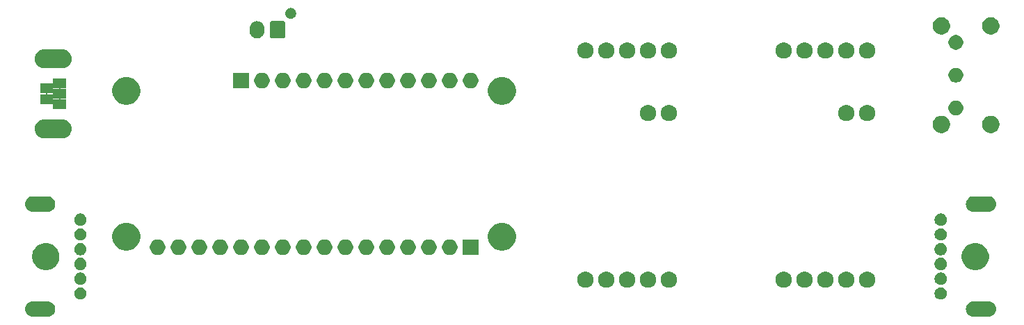
<source format=gbr>
G04 #@! TF.GenerationSoftware,KiCad,Pcbnew,5.0.2-5.fc29*
G04 #@! TF.CreationDate,2019-03-22T17:39:01+01:00*
G04 #@! TF.ProjectId,beieliscale-kicad,62656965-6c69-4736-9361-6c652d6b6963,rev?*
G04 #@! TF.SameCoordinates,Original*
G04 #@! TF.FileFunction,Soldermask,Top*
G04 #@! TF.FilePolarity,Negative*
%FSLAX46Y46*%
G04 Gerber Fmt 4.6, Leading zero omitted, Abs format (unit mm)*
G04 Created by KiCad (PCBNEW 5.0.2-5.fc29) date Fr 22 Mär 2019 17:39:01 CET*
%MOMM*%
%LPD*%
G01*
G04 APERTURE LIST*
%ADD10C,0.100000*%
G04 APERTURE END LIST*
D10*
G04 #@! TO.C,J3*
G36*
X80340000Y-64528120D02*
X80340000Y-65735000D01*
X78740000Y-65735000D01*
X78740000Y-64528120D01*
X80340000Y-64528120D01*
G37*
G36*
X80340000Y-65834242D02*
X80340000Y-67035000D01*
X78740000Y-67035000D01*
X78740000Y-65834242D01*
X80340000Y-65834242D01*
G37*
G36*
X80340000Y-67136747D02*
X80340000Y-68335000D01*
X78740000Y-68335000D01*
X78740000Y-67136747D01*
X80340000Y-67136747D01*
G37*
G36*
X78740000Y-65181340D02*
X78740000Y-66385000D01*
X77135300Y-66385000D01*
X77135300Y-65181340D01*
X78740000Y-65181340D01*
G37*
G36*
X78740000Y-66485132D02*
X78740000Y-67685000D01*
X77135760Y-67685000D01*
X77135760Y-66485132D01*
X78740000Y-66485132D01*
G37*
G36*
X192751425Y-91742760D02*
X192751428Y-91742761D01*
X192751429Y-91742761D01*
X192930693Y-91797140D01*
X192930695Y-91797141D01*
X193095905Y-91885448D01*
X193240712Y-92004288D01*
X193359552Y-92149095D01*
X193447859Y-92314305D01*
X193502240Y-92493575D01*
X193520601Y-92680000D01*
X193502240Y-92866425D01*
X193447859Y-93045695D01*
X193359552Y-93210905D01*
X193240712Y-93355712D01*
X193095905Y-93474552D01*
X193095903Y-93474553D01*
X192930693Y-93562860D01*
X192751429Y-93617239D01*
X192751428Y-93617239D01*
X192751425Y-93617240D01*
X192611718Y-93631000D01*
X190718282Y-93631000D01*
X190578575Y-93617240D01*
X190578572Y-93617239D01*
X190578571Y-93617239D01*
X190399307Y-93562860D01*
X190234097Y-93474553D01*
X190234095Y-93474552D01*
X190089288Y-93355712D01*
X189970448Y-93210905D01*
X189882141Y-93045695D01*
X189827760Y-92866425D01*
X189809399Y-92680000D01*
X189827760Y-92493575D01*
X189882141Y-92314305D01*
X189970448Y-92149095D01*
X190089288Y-92004288D01*
X190234095Y-91885448D01*
X190399305Y-91797141D01*
X190399307Y-91797140D01*
X190578571Y-91742761D01*
X190578572Y-91742761D01*
X190578575Y-91742760D01*
X190718282Y-91729000D01*
X192611718Y-91729000D01*
X192751425Y-91742760D01*
X192751425Y-91742760D01*
G37*
G36*
X78226425Y-91742760D02*
X78226428Y-91742761D01*
X78226429Y-91742761D01*
X78405693Y-91797140D01*
X78405695Y-91797141D01*
X78570905Y-91885448D01*
X78715712Y-92004288D01*
X78834552Y-92149095D01*
X78922859Y-92314305D01*
X78977240Y-92493575D01*
X78995601Y-92680000D01*
X78977240Y-92866425D01*
X78922859Y-93045695D01*
X78834552Y-93210905D01*
X78715712Y-93355712D01*
X78570905Y-93474552D01*
X78570903Y-93474553D01*
X78405693Y-93562860D01*
X78226429Y-93617239D01*
X78226428Y-93617239D01*
X78226425Y-93617240D01*
X78086718Y-93631000D01*
X76193282Y-93631000D01*
X76053575Y-93617240D01*
X76053572Y-93617239D01*
X76053571Y-93617239D01*
X75874307Y-93562860D01*
X75709097Y-93474553D01*
X75709095Y-93474552D01*
X75564288Y-93355712D01*
X75445448Y-93210905D01*
X75357141Y-93045695D01*
X75302760Y-92866425D01*
X75284399Y-92680000D01*
X75302760Y-92493575D01*
X75357141Y-92314305D01*
X75445448Y-92149095D01*
X75564288Y-92004288D01*
X75709095Y-91885448D01*
X75874305Y-91797141D01*
X75874307Y-91797140D01*
X76053571Y-91742761D01*
X76053572Y-91742761D01*
X76053575Y-91742760D01*
X76193282Y-91729000D01*
X78086718Y-91729000D01*
X78226425Y-91742760D01*
X78226425Y-91742760D01*
G37*
G36*
X186985225Y-90054014D02*
X187122627Y-90110928D01*
X187244641Y-90192455D01*
X187246287Y-90193555D01*
X187351445Y-90298713D01*
X187434073Y-90422375D01*
X187490986Y-90559775D01*
X187520000Y-90705638D01*
X187520000Y-90854362D01*
X187490986Y-91000225D01*
X187434073Y-91137625D01*
X187351445Y-91261287D01*
X187246287Y-91366445D01*
X187246284Y-91366447D01*
X187122627Y-91449072D01*
X187122626Y-91449073D01*
X187122625Y-91449073D01*
X186985225Y-91505986D01*
X186839362Y-91535000D01*
X186690638Y-91535000D01*
X186544775Y-91505986D01*
X186407375Y-91449073D01*
X186407374Y-91449073D01*
X186407373Y-91449072D01*
X186283716Y-91366447D01*
X186283713Y-91366445D01*
X186178555Y-91261287D01*
X186095927Y-91137625D01*
X186039014Y-91000225D01*
X186010000Y-90854362D01*
X186010000Y-90705638D01*
X186039014Y-90559775D01*
X186095927Y-90422375D01*
X186178555Y-90298713D01*
X186283713Y-90193555D01*
X186285359Y-90192455D01*
X186407373Y-90110928D01*
X186544775Y-90054014D01*
X186690638Y-90025000D01*
X186839362Y-90025000D01*
X186985225Y-90054014D01*
X186985225Y-90054014D01*
G37*
G36*
X82260225Y-90054014D02*
X82397627Y-90110928D01*
X82519641Y-90192455D01*
X82521287Y-90193555D01*
X82626445Y-90298713D01*
X82709073Y-90422375D01*
X82765986Y-90559775D01*
X82795000Y-90705638D01*
X82795000Y-90854362D01*
X82765986Y-91000225D01*
X82709073Y-91137625D01*
X82626445Y-91261287D01*
X82521287Y-91366445D01*
X82521284Y-91366447D01*
X82397627Y-91449072D01*
X82397626Y-91449073D01*
X82397625Y-91449073D01*
X82260225Y-91505986D01*
X82114362Y-91535000D01*
X81965638Y-91535000D01*
X81819775Y-91505986D01*
X81682375Y-91449073D01*
X81682374Y-91449073D01*
X81682373Y-91449072D01*
X81558716Y-91366447D01*
X81558713Y-91366445D01*
X81453555Y-91261287D01*
X81370927Y-91137625D01*
X81314014Y-91000225D01*
X81285000Y-90854362D01*
X81285000Y-90705638D01*
X81314014Y-90559775D01*
X81370927Y-90422375D01*
X81453555Y-90298713D01*
X81558713Y-90193555D01*
X81560359Y-90192455D01*
X81682373Y-90110928D01*
X81819775Y-90054014D01*
X81965638Y-90025000D01*
X82114362Y-90025000D01*
X82260225Y-90054014D01*
X82260225Y-90054014D01*
G37*
G36*
X175549003Y-88152275D02*
X175549005Y-88152276D01*
X175549006Y-88152276D01*
X175729320Y-88226964D01*
X175729321Y-88226965D01*
X175891601Y-88335397D01*
X176029603Y-88473399D01*
X176029605Y-88473402D01*
X176138036Y-88635680D01*
X176189437Y-88759775D01*
X176212725Y-88815997D01*
X176250800Y-89007413D01*
X176250800Y-89202587D01*
X176223939Y-89337627D01*
X176212724Y-89394006D01*
X176138036Y-89574320D01*
X176050059Y-89705986D01*
X176029603Y-89736601D01*
X175891601Y-89874603D01*
X175891598Y-89874605D01*
X175729320Y-89983036D01*
X175549006Y-90057724D01*
X175549005Y-90057724D01*
X175549003Y-90057725D01*
X175357587Y-90095800D01*
X175162413Y-90095800D01*
X174970997Y-90057725D01*
X174970995Y-90057724D01*
X174970994Y-90057724D01*
X174790680Y-89983036D01*
X174628402Y-89874605D01*
X174628399Y-89874603D01*
X174490397Y-89736601D01*
X174469941Y-89705986D01*
X174381964Y-89574320D01*
X174307276Y-89394006D01*
X174296062Y-89337627D01*
X174269200Y-89202587D01*
X174269200Y-89007413D01*
X174307275Y-88815997D01*
X174330563Y-88759775D01*
X174381964Y-88635680D01*
X174490395Y-88473402D01*
X174490397Y-88473399D01*
X174628399Y-88335397D01*
X174790679Y-88226965D01*
X174790680Y-88226964D01*
X174970994Y-88152276D01*
X174970995Y-88152276D01*
X174970997Y-88152275D01*
X175162413Y-88114200D01*
X175357587Y-88114200D01*
X175549003Y-88152275D01*
X175549003Y-88152275D01*
G37*
G36*
X153959003Y-88152275D02*
X153959005Y-88152276D01*
X153959006Y-88152276D01*
X154139320Y-88226964D01*
X154139321Y-88226965D01*
X154301601Y-88335397D01*
X154439603Y-88473399D01*
X154439605Y-88473402D01*
X154548036Y-88635680D01*
X154599437Y-88759775D01*
X154622725Y-88815997D01*
X154660800Y-89007413D01*
X154660800Y-89202587D01*
X154633939Y-89337627D01*
X154622724Y-89394006D01*
X154548036Y-89574320D01*
X154460059Y-89705986D01*
X154439603Y-89736601D01*
X154301601Y-89874603D01*
X154301598Y-89874605D01*
X154139320Y-89983036D01*
X153959006Y-90057724D01*
X153959005Y-90057724D01*
X153959003Y-90057725D01*
X153767587Y-90095800D01*
X153572413Y-90095800D01*
X153380997Y-90057725D01*
X153380995Y-90057724D01*
X153380994Y-90057724D01*
X153200680Y-89983036D01*
X153038402Y-89874605D01*
X153038399Y-89874603D01*
X152900397Y-89736601D01*
X152879941Y-89705986D01*
X152791964Y-89574320D01*
X152717276Y-89394006D01*
X152706062Y-89337627D01*
X152679200Y-89202587D01*
X152679200Y-89007413D01*
X152717275Y-88815997D01*
X152740563Y-88759775D01*
X152791964Y-88635680D01*
X152900395Y-88473402D01*
X152900397Y-88473399D01*
X153038399Y-88335397D01*
X153200679Y-88226965D01*
X153200680Y-88226964D01*
X153380994Y-88152276D01*
X153380995Y-88152276D01*
X153380997Y-88152275D01*
X153572413Y-88114200D01*
X153767587Y-88114200D01*
X153959003Y-88152275D01*
X153959003Y-88152275D01*
G37*
G36*
X151419003Y-88152275D02*
X151419005Y-88152276D01*
X151419006Y-88152276D01*
X151599320Y-88226964D01*
X151599321Y-88226965D01*
X151761601Y-88335397D01*
X151899603Y-88473399D01*
X151899605Y-88473402D01*
X152008036Y-88635680D01*
X152059437Y-88759775D01*
X152082725Y-88815997D01*
X152120800Y-89007413D01*
X152120800Y-89202587D01*
X152093939Y-89337627D01*
X152082724Y-89394006D01*
X152008036Y-89574320D01*
X151920059Y-89705986D01*
X151899603Y-89736601D01*
X151761601Y-89874603D01*
X151761598Y-89874605D01*
X151599320Y-89983036D01*
X151419006Y-90057724D01*
X151419005Y-90057724D01*
X151419003Y-90057725D01*
X151227587Y-90095800D01*
X151032413Y-90095800D01*
X150840997Y-90057725D01*
X150840995Y-90057724D01*
X150840994Y-90057724D01*
X150660680Y-89983036D01*
X150498402Y-89874605D01*
X150498399Y-89874603D01*
X150360397Y-89736601D01*
X150339941Y-89705986D01*
X150251964Y-89574320D01*
X150177276Y-89394006D01*
X150166062Y-89337627D01*
X150139200Y-89202587D01*
X150139200Y-89007413D01*
X150177275Y-88815997D01*
X150200563Y-88759775D01*
X150251964Y-88635680D01*
X150360395Y-88473402D01*
X150360397Y-88473399D01*
X150498399Y-88335397D01*
X150660679Y-88226965D01*
X150660680Y-88226964D01*
X150840994Y-88152276D01*
X150840995Y-88152276D01*
X150840997Y-88152275D01*
X151032413Y-88114200D01*
X151227587Y-88114200D01*
X151419003Y-88152275D01*
X151419003Y-88152275D01*
G37*
G36*
X148879003Y-88152275D02*
X148879005Y-88152276D01*
X148879006Y-88152276D01*
X149059320Y-88226964D01*
X149059321Y-88226965D01*
X149221601Y-88335397D01*
X149359603Y-88473399D01*
X149359605Y-88473402D01*
X149468036Y-88635680D01*
X149519437Y-88759775D01*
X149542725Y-88815997D01*
X149580800Y-89007413D01*
X149580800Y-89202587D01*
X149553939Y-89337627D01*
X149542724Y-89394006D01*
X149468036Y-89574320D01*
X149380059Y-89705986D01*
X149359603Y-89736601D01*
X149221601Y-89874603D01*
X149221598Y-89874605D01*
X149059320Y-89983036D01*
X148879006Y-90057724D01*
X148879005Y-90057724D01*
X148879003Y-90057725D01*
X148687587Y-90095800D01*
X148492413Y-90095800D01*
X148300997Y-90057725D01*
X148300995Y-90057724D01*
X148300994Y-90057724D01*
X148120680Y-89983036D01*
X147958402Y-89874605D01*
X147958399Y-89874603D01*
X147820397Y-89736601D01*
X147799941Y-89705986D01*
X147711964Y-89574320D01*
X147637276Y-89394006D01*
X147626062Y-89337627D01*
X147599200Y-89202587D01*
X147599200Y-89007413D01*
X147637275Y-88815997D01*
X147660563Y-88759775D01*
X147711964Y-88635680D01*
X147820395Y-88473402D01*
X147820397Y-88473399D01*
X147958399Y-88335397D01*
X148120679Y-88226965D01*
X148120680Y-88226964D01*
X148300994Y-88152276D01*
X148300995Y-88152276D01*
X148300997Y-88152275D01*
X148492413Y-88114200D01*
X148687587Y-88114200D01*
X148879003Y-88152275D01*
X148879003Y-88152275D01*
G37*
G36*
X178089003Y-88152275D02*
X178089005Y-88152276D01*
X178089006Y-88152276D01*
X178269320Y-88226964D01*
X178269321Y-88226965D01*
X178431601Y-88335397D01*
X178569603Y-88473399D01*
X178569605Y-88473402D01*
X178678036Y-88635680D01*
X178729437Y-88759775D01*
X178752725Y-88815997D01*
X178790800Y-89007413D01*
X178790800Y-89202587D01*
X178763939Y-89337627D01*
X178752724Y-89394006D01*
X178678036Y-89574320D01*
X178590059Y-89705986D01*
X178569603Y-89736601D01*
X178431601Y-89874603D01*
X178431598Y-89874605D01*
X178269320Y-89983036D01*
X178089006Y-90057724D01*
X178089005Y-90057724D01*
X178089003Y-90057725D01*
X177897587Y-90095800D01*
X177702413Y-90095800D01*
X177510997Y-90057725D01*
X177510995Y-90057724D01*
X177510994Y-90057724D01*
X177330680Y-89983036D01*
X177168402Y-89874605D01*
X177168399Y-89874603D01*
X177030397Y-89736601D01*
X177009941Y-89705986D01*
X176921964Y-89574320D01*
X176847276Y-89394006D01*
X176836062Y-89337627D01*
X176809200Y-89202587D01*
X176809200Y-89007413D01*
X176847275Y-88815997D01*
X176870563Y-88759775D01*
X176921964Y-88635680D01*
X177030395Y-88473402D01*
X177030397Y-88473399D01*
X177168399Y-88335397D01*
X177330679Y-88226965D01*
X177330680Y-88226964D01*
X177510994Y-88152276D01*
X177510995Y-88152276D01*
X177510997Y-88152275D01*
X177702413Y-88114200D01*
X177897587Y-88114200D01*
X178089003Y-88152275D01*
X178089003Y-88152275D01*
G37*
G36*
X146339003Y-88152275D02*
X146339005Y-88152276D01*
X146339006Y-88152276D01*
X146519320Y-88226964D01*
X146519321Y-88226965D01*
X146681601Y-88335397D01*
X146819603Y-88473399D01*
X146819605Y-88473402D01*
X146928036Y-88635680D01*
X146979437Y-88759775D01*
X147002725Y-88815997D01*
X147040800Y-89007413D01*
X147040800Y-89202587D01*
X147013939Y-89337627D01*
X147002724Y-89394006D01*
X146928036Y-89574320D01*
X146840059Y-89705986D01*
X146819603Y-89736601D01*
X146681601Y-89874603D01*
X146681598Y-89874605D01*
X146519320Y-89983036D01*
X146339006Y-90057724D01*
X146339005Y-90057724D01*
X146339003Y-90057725D01*
X146147587Y-90095800D01*
X145952413Y-90095800D01*
X145760997Y-90057725D01*
X145760995Y-90057724D01*
X145760994Y-90057724D01*
X145580680Y-89983036D01*
X145418402Y-89874605D01*
X145418399Y-89874603D01*
X145280397Y-89736601D01*
X145259941Y-89705986D01*
X145171964Y-89574320D01*
X145097276Y-89394006D01*
X145086062Y-89337627D01*
X145059200Y-89202587D01*
X145059200Y-89007413D01*
X145097275Y-88815997D01*
X145120563Y-88759775D01*
X145171964Y-88635680D01*
X145280395Y-88473402D01*
X145280397Y-88473399D01*
X145418399Y-88335397D01*
X145580679Y-88226965D01*
X145580680Y-88226964D01*
X145760994Y-88152276D01*
X145760995Y-88152276D01*
X145760997Y-88152275D01*
X145952413Y-88114200D01*
X146147587Y-88114200D01*
X146339003Y-88152275D01*
X146339003Y-88152275D01*
G37*
G36*
X143799003Y-88152275D02*
X143799005Y-88152276D01*
X143799006Y-88152276D01*
X143979320Y-88226964D01*
X143979321Y-88226965D01*
X144141601Y-88335397D01*
X144279603Y-88473399D01*
X144279605Y-88473402D01*
X144388036Y-88635680D01*
X144439437Y-88759775D01*
X144462725Y-88815997D01*
X144500800Y-89007413D01*
X144500800Y-89202587D01*
X144473939Y-89337627D01*
X144462724Y-89394006D01*
X144388036Y-89574320D01*
X144300059Y-89705986D01*
X144279603Y-89736601D01*
X144141601Y-89874603D01*
X144141598Y-89874605D01*
X143979320Y-89983036D01*
X143799006Y-90057724D01*
X143799005Y-90057724D01*
X143799003Y-90057725D01*
X143607587Y-90095800D01*
X143412413Y-90095800D01*
X143220997Y-90057725D01*
X143220995Y-90057724D01*
X143220994Y-90057724D01*
X143040680Y-89983036D01*
X142878402Y-89874605D01*
X142878399Y-89874603D01*
X142740397Y-89736601D01*
X142719941Y-89705986D01*
X142631964Y-89574320D01*
X142557276Y-89394006D01*
X142546062Y-89337627D01*
X142519200Y-89202587D01*
X142519200Y-89007413D01*
X142557275Y-88815997D01*
X142580563Y-88759775D01*
X142631964Y-88635680D01*
X142740395Y-88473402D01*
X142740397Y-88473399D01*
X142878399Y-88335397D01*
X143040679Y-88226965D01*
X143040680Y-88226964D01*
X143220994Y-88152276D01*
X143220995Y-88152276D01*
X143220997Y-88152275D01*
X143412413Y-88114200D01*
X143607587Y-88114200D01*
X143799003Y-88152275D01*
X143799003Y-88152275D01*
G37*
G36*
X173009003Y-88152275D02*
X173009005Y-88152276D01*
X173009006Y-88152276D01*
X173189320Y-88226964D01*
X173189321Y-88226965D01*
X173351601Y-88335397D01*
X173489603Y-88473399D01*
X173489605Y-88473402D01*
X173598036Y-88635680D01*
X173649437Y-88759775D01*
X173672725Y-88815997D01*
X173710800Y-89007413D01*
X173710800Y-89202587D01*
X173683939Y-89337627D01*
X173672724Y-89394006D01*
X173598036Y-89574320D01*
X173510059Y-89705986D01*
X173489603Y-89736601D01*
X173351601Y-89874603D01*
X173351598Y-89874605D01*
X173189320Y-89983036D01*
X173009006Y-90057724D01*
X173009005Y-90057724D01*
X173009003Y-90057725D01*
X172817587Y-90095800D01*
X172622413Y-90095800D01*
X172430997Y-90057725D01*
X172430995Y-90057724D01*
X172430994Y-90057724D01*
X172250680Y-89983036D01*
X172088402Y-89874605D01*
X172088399Y-89874603D01*
X171950397Y-89736601D01*
X171929941Y-89705986D01*
X171841964Y-89574320D01*
X171767276Y-89394006D01*
X171756062Y-89337627D01*
X171729200Y-89202587D01*
X171729200Y-89007413D01*
X171767275Y-88815997D01*
X171790563Y-88759775D01*
X171841964Y-88635680D01*
X171950395Y-88473402D01*
X171950397Y-88473399D01*
X172088399Y-88335397D01*
X172250679Y-88226965D01*
X172250680Y-88226964D01*
X172430994Y-88152276D01*
X172430995Y-88152276D01*
X172430997Y-88152275D01*
X172622413Y-88114200D01*
X172817587Y-88114200D01*
X173009003Y-88152275D01*
X173009003Y-88152275D01*
G37*
G36*
X170469003Y-88152275D02*
X170469005Y-88152276D01*
X170469006Y-88152276D01*
X170649320Y-88226964D01*
X170649321Y-88226965D01*
X170811601Y-88335397D01*
X170949603Y-88473399D01*
X170949605Y-88473402D01*
X171058036Y-88635680D01*
X171109437Y-88759775D01*
X171132725Y-88815997D01*
X171170800Y-89007413D01*
X171170800Y-89202587D01*
X171143939Y-89337627D01*
X171132724Y-89394006D01*
X171058036Y-89574320D01*
X170970059Y-89705986D01*
X170949603Y-89736601D01*
X170811601Y-89874603D01*
X170811598Y-89874605D01*
X170649320Y-89983036D01*
X170469006Y-90057724D01*
X170469005Y-90057724D01*
X170469003Y-90057725D01*
X170277587Y-90095800D01*
X170082413Y-90095800D01*
X169890997Y-90057725D01*
X169890995Y-90057724D01*
X169890994Y-90057724D01*
X169710680Y-89983036D01*
X169548402Y-89874605D01*
X169548399Y-89874603D01*
X169410397Y-89736601D01*
X169389941Y-89705986D01*
X169301964Y-89574320D01*
X169227276Y-89394006D01*
X169216062Y-89337627D01*
X169189200Y-89202587D01*
X169189200Y-89007413D01*
X169227275Y-88815997D01*
X169250563Y-88759775D01*
X169301964Y-88635680D01*
X169410395Y-88473402D01*
X169410397Y-88473399D01*
X169548399Y-88335397D01*
X169710679Y-88226965D01*
X169710680Y-88226964D01*
X169890994Y-88152276D01*
X169890995Y-88152276D01*
X169890997Y-88152275D01*
X170082413Y-88114200D01*
X170277587Y-88114200D01*
X170469003Y-88152275D01*
X170469003Y-88152275D01*
G37*
G36*
X167929003Y-88152275D02*
X167929005Y-88152276D01*
X167929006Y-88152276D01*
X168109320Y-88226964D01*
X168109321Y-88226965D01*
X168271601Y-88335397D01*
X168409603Y-88473399D01*
X168409605Y-88473402D01*
X168518036Y-88635680D01*
X168569437Y-88759775D01*
X168592725Y-88815997D01*
X168630800Y-89007413D01*
X168630800Y-89202587D01*
X168603939Y-89337627D01*
X168592724Y-89394006D01*
X168518036Y-89574320D01*
X168430059Y-89705986D01*
X168409603Y-89736601D01*
X168271601Y-89874603D01*
X168271598Y-89874605D01*
X168109320Y-89983036D01*
X167929006Y-90057724D01*
X167929005Y-90057724D01*
X167929003Y-90057725D01*
X167737587Y-90095800D01*
X167542413Y-90095800D01*
X167350997Y-90057725D01*
X167350995Y-90057724D01*
X167350994Y-90057724D01*
X167170680Y-89983036D01*
X167008402Y-89874605D01*
X167008399Y-89874603D01*
X166870397Y-89736601D01*
X166849941Y-89705986D01*
X166761964Y-89574320D01*
X166687276Y-89394006D01*
X166676062Y-89337627D01*
X166649200Y-89202587D01*
X166649200Y-89007413D01*
X166687275Y-88815997D01*
X166710563Y-88759775D01*
X166761964Y-88635680D01*
X166870395Y-88473402D01*
X166870397Y-88473399D01*
X167008399Y-88335397D01*
X167170679Y-88226965D01*
X167170680Y-88226964D01*
X167350994Y-88152276D01*
X167350995Y-88152276D01*
X167350997Y-88152275D01*
X167542413Y-88114200D01*
X167737587Y-88114200D01*
X167929003Y-88152275D01*
X167929003Y-88152275D01*
G37*
G36*
X186985225Y-88254014D02*
X187122627Y-88310928D01*
X187159244Y-88335395D01*
X187246287Y-88393555D01*
X187351445Y-88498713D01*
X187434073Y-88622375D01*
X187490986Y-88759775D01*
X187520000Y-88905638D01*
X187520000Y-89054362D01*
X187490986Y-89200225D01*
X187434073Y-89337625D01*
X187351445Y-89461287D01*
X187246287Y-89566445D01*
X187246284Y-89566447D01*
X187122627Y-89649072D01*
X187122626Y-89649073D01*
X187122625Y-89649073D01*
X186985225Y-89705986D01*
X186839362Y-89735000D01*
X186690638Y-89735000D01*
X186544775Y-89705986D01*
X186407375Y-89649073D01*
X186407374Y-89649073D01*
X186407373Y-89649072D01*
X186283716Y-89566447D01*
X186283713Y-89566445D01*
X186178555Y-89461287D01*
X186095927Y-89337625D01*
X186039014Y-89200225D01*
X186010000Y-89054362D01*
X186010000Y-88905638D01*
X186039014Y-88759775D01*
X186095927Y-88622375D01*
X186178555Y-88498713D01*
X186283713Y-88393555D01*
X186370756Y-88335395D01*
X186407373Y-88310928D01*
X186544775Y-88254014D01*
X186690638Y-88225000D01*
X186839362Y-88225000D01*
X186985225Y-88254014D01*
X186985225Y-88254014D01*
G37*
G36*
X82260225Y-88254014D02*
X82397627Y-88310928D01*
X82434244Y-88335395D01*
X82521287Y-88393555D01*
X82626445Y-88498713D01*
X82709073Y-88622375D01*
X82765986Y-88759775D01*
X82795000Y-88905638D01*
X82795000Y-89054362D01*
X82765986Y-89200225D01*
X82709073Y-89337625D01*
X82626445Y-89461287D01*
X82521287Y-89566445D01*
X82521284Y-89566447D01*
X82397627Y-89649072D01*
X82397626Y-89649073D01*
X82397625Y-89649073D01*
X82260225Y-89705986D01*
X82114362Y-89735000D01*
X81965638Y-89735000D01*
X81819775Y-89705986D01*
X81682375Y-89649073D01*
X81682374Y-89649073D01*
X81682373Y-89649072D01*
X81558716Y-89566447D01*
X81558713Y-89566445D01*
X81453555Y-89461287D01*
X81370927Y-89337625D01*
X81314014Y-89200225D01*
X81285000Y-89054362D01*
X81285000Y-88905638D01*
X81314014Y-88759775D01*
X81370927Y-88622375D01*
X81453555Y-88498713D01*
X81558713Y-88393555D01*
X81645756Y-88335395D01*
X81682373Y-88310928D01*
X81819775Y-88254014D01*
X81965638Y-88225000D01*
X82114362Y-88225000D01*
X82260225Y-88254014D01*
X82260225Y-88254014D01*
G37*
G36*
X78323910Y-84684754D02*
X78323913Y-84684755D01*
X78323912Y-84684755D01*
X78625831Y-84809813D01*
X78625832Y-84809814D01*
X78897554Y-84991373D01*
X79128627Y-85222446D01*
X79128629Y-85222449D01*
X79310187Y-85494169D01*
X79406914Y-85727691D01*
X79435246Y-85796090D01*
X79499000Y-86116601D01*
X79499000Y-86443399D01*
X79435246Y-86763910D01*
X79435245Y-86763912D01*
X79310187Y-87065831D01*
X79283588Y-87105639D01*
X79128627Y-87337554D01*
X78897554Y-87568627D01*
X78897551Y-87568629D01*
X78625831Y-87750187D01*
X78392309Y-87846914D01*
X78323910Y-87875246D01*
X78003399Y-87939000D01*
X77676601Y-87939000D01*
X77356090Y-87875246D01*
X77287691Y-87846914D01*
X77054169Y-87750187D01*
X76782449Y-87568629D01*
X76782446Y-87568627D01*
X76551373Y-87337554D01*
X76396412Y-87105639D01*
X76369813Y-87065831D01*
X76244755Y-86763912D01*
X76244754Y-86763910D01*
X76181000Y-86443399D01*
X76181000Y-86116601D01*
X76244754Y-85796090D01*
X76273086Y-85727691D01*
X76369813Y-85494169D01*
X76551371Y-85222449D01*
X76551373Y-85222446D01*
X76782446Y-84991373D01*
X77054168Y-84809814D01*
X77054169Y-84809813D01*
X77356088Y-84684755D01*
X77356087Y-84684755D01*
X77356090Y-84684754D01*
X77676601Y-84621000D01*
X78003399Y-84621000D01*
X78323910Y-84684754D01*
X78323910Y-84684754D01*
G37*
G36*
X191448910Y-84684754D02*
X191448913Y-84684755D01*
X191448912Y-84684755D01*
X191750831Y-84809813D01*
X191750832Y-84809814D01*
X192022554Y-84991373D01*
X192253627Y-85222446D01*
X192253629Y-85222449D01*
X192435187Y-85494169D01*
X192531914Y-85727691D01*
X192560246Y-85796090D01*
X192624000Y-86116601D01*
X192624000Y-86443399D01*
X192560246Y-86763910D01*
X192560245Y-86763912D01*
X192435187Y-87065831D01*
X192408588Y-87105639D01*
X192253627Y-87337554D01*
X192022554Y-87568627D01*
X192022551Y-87568629D01*
X191750831Y-87750187D01*
X191517309Y-87846914D01*
X191448910Y-87875246D01*
X191128399Y-87939000D01*
X190801601Y-87939000D01*
X190481090Y-87875246D01*
X190412691Y-87846914D01*
X190179169Y-87750187D01*
X189907449Y-87568629D01*
X189907446Y-87568627D01*
X189676373Y-87337554D01*
X189521412Y-87105639D01*
X189494813Y-87065831D01*
X189369755Y-86763912D01*
X189369754Y-86763910D01*
X189306000Y-86443399D01*
X189306000Y-86116601D01*
X189369754Y-85796090D01*
X189398086Y-85727691D01*
X189494813Y-85494169D01*
X189676371Y-85222449D01*
X189676373Y-85222446D01*
X189907446Y-84991373D01*
X190179168Y-84809814D01*
X190179169Y-84809813D01*
X190481088Y-84684755D01*
X190481087Y-84684755D01*
X190481090Y-84684754D01*
X190801601Y-84621000D01*
X191128399Y-84621000D01*
X191448910Y-84684754D01*
X191448910Y-84684754D01*
G37*
G36*
X82206860Y-86443399D02*
X82260225Y-86454014D01*
X82397627Y-86510928D01*
X82519641Y-86592455D01*
X82521287Y-86593555D01*
X82626445Y-86698713D01*
X82626447Y-86698716D01*
X82670010Y-86763912D01*
X82709073Y-86822375D01*
X82765986Y-86959775D01*
X82795000Y-87105638D01*
X82795000Y-87254362D01*
X82765986Y-87400225D01*
X82709073Y-87537625D01*
X82626445Y-87661287D01*
X82521287Y-87766445D01*
X82521284Y-87766447D01*
X82397627Y-87849072D01*
X82397626Y-87849073D01*
X82397625Y-87849073D01*
X82260225Y-87905986D01*
X82114362Y-87935000D01*
X81965638Y-87935000D01*
X81819775Y-87905986D01*
X81682375Y-87849073D01*
X81682374Y-87849073D01*
X81682373Y-87849072D01*
X81558716Y-87766447D01*
X81558713Y-87766445D01*
X81453555Y-87661287D01*
X81370927Y-87537625D01*
X81314014Y-87400225D01*
X81285000Y-87254362D01*
X81285000Y-87105638D01*
X81314014Y-86959775D01*
X81370927Y-86822375D01*
X81409991Y-86763912D01*
X81453553Y-86698716D01*
X81453555Y-86698713D01*
X81558713Y-86593555D01*
X81560359Y-86592455D01*
X81682373Y-86510928D01*
X81819775Y-86454014D01*
X81873140Y-86443399D01*
X81965638Y-86425000D01*
X82114362Y-86425000D01*
X82206860Y-86443399D01*
X82206860Y-86443399D01*
G37*
G36*
X186931860Y-86443399D02*
X186985225Y-86454014D01*
X187122627Y-86510928D01*
X187244641Y-86592455D01*
X187246287Y-86593555D01*
X187351445Y-86698713D01*
X187351447Y-86698716D01*
X187395010Y-86763912D01*
X187434073Y-86822375D01*
X187490986Y-86959775D01*
X187520000Y-87105638D01*
X187520000Y-87254362D01*
X187490986Y-87400225D01*
X187434073Y-87537625D01*
X187351445Y-87661287D01*
X187246287Y-87766445D01*
X187246284Y-87766447D01*
X187122627Y-87849072D01*
X187122626Y-87849073D01*
X187122625Y-87849073D01*
X186985225Y-87905986D01*
X186839362Y-87935000D01*
X186690638Y-87935000D01*
X186544775Y-87905986D01*
X186407375Y-87849073D01*
X186407374Y-87849073D01*
X186407373Y-87849072D01*
X186283716Y-87766447D01*
X186283713Y-87766445D01*
X186178555Y-87661287D01*
X186095927Y-87537625D01*
X186039014Y-87400225D01*
X186010000Y-87254362D01*
X186010000Y-87105638D01*
X186039014Y-86959775D01*
X186095927Y-86822375D01*
X186134991Y-86763912D01*
X186178553Y-86698716D01*
X186178555Y-86698713D01*
X186283713Y-86593555D01*
X186285359Y-86592455D01*
X186407373Y-86510928D01*
X186544775Y-86454014D01*
X186598140Y-86443399D01*
X186690638Y-86425000D01*
X186839362Y-86425000D01*
X186931860Y-86443399D01*
X186931860Y-86443399D01*
G37*
G36*
X82260225Y-84654014D02*
X82397627Y-84710928D01*
X82519641Y-84792455D01*
X82521287Y-84793555D01*
X82626445Y-84898713D01*
X82626447Y-84898716D01*
X82657350Y-84944965D01*
X82709073Y-85022375D01*
X82765986Y-85159775D01*
X82795000Y-85305638D01*
X82795000Y-85454362D01*
X82765986Y-85600225D01*
X82712557Y-85729215D01*
X82709072Y-85737627D01*
X82670008Y-85796090D01*
X82626445Y-85861287D01*
X82521287Y-85966445D01*
X82521284Y-85966447D01*
X82397627Y-86049072D01*
X82397626Y-86049073D01*
X82397625Y-86049073D01*
X82260225Y-86105986D01*
X82114362Y-86135000D01*
X81965638Y-86135000D01*
X81819775Y-86105986D01*
X81682375Y-86049073D01*
X81682374Y-86049073D01*
X81682373Y-86049072D01*
X81558716Y-85966447D01*
X81558713Y-85966445D01*
X81453555Y-85861287D01*
X81409992Y-85796090D01*
X81370928Y-85737627D01*
X81367444Y-85729215D01*
X81314014Y-85600225D01*
X81285000Y-85454362D01*
X81285000Y-85305638D01*
X81314014Y-85159775D01*
X81370927Y-85022375D01*
X81422651Y-84944965D01*
X81453553Y-84898716D01*
X81453555Y-84898713D01*
X81558713Y-84793555D01*
X81560359Y-84792455D01*
X81682373Y-84710928D01*
X81819775Y-84654014D01*
X81965638Y-84625000D01*
X82114362Y-84625000D01*
X82260225Y-84654014D01*
X82260225Y-84654014D01*
G37*
G36*
X186985225Y-84654014D02*
X187122627Y-84710928D01*
X187244641Y-84792455D01*
X187246287Y-84793555D01*
X187351445Y-84898713D01*
X187351447Y-84898716D01*
X187382350Y-84944965D01*
X187434073Y-85022375D01*
X187490986Y-85159775D01*
X187520000Y-85305638D01*
X187520000Y-85454362D01*
X187490986Y-85600225D01*
X187437557Y-85729215D01*
X187434072Y-85737627D01*
X187395008Y-85796090D01*
X187351445Y-85861287D01*
X187246287Y-85966445D01*
X187246284Y-85966447D01*
X187122627Y-86049072D01*
X187122626Y-86049073D01*
X187122625Y-86049073D01*
X186985225Y-86105986D01*
X186839362Y-86135000D01*
X186690638Y-86135000D01*
X186544775Y-86105986D01*
X186407375Y-86049073D01*
X186407374Y-86049073D01*
X186407373Y-86049072D01*
X186283716Y-85966447D01*
X186283713Y-85966445D01*
X186178555Y-85861287D01*
X186134992Y-85796090D01*
X186095928Y-85737627D01*
X186092444Y-85729215D01*
X186039014Y-85600225D01*
X186010000Y-85454362D01*
X186010000Y-85305638D01*
X186039014Y-85159775D01*
X186095927Y-85022375D01*
X186147651Y-84944965D01*
X186178553Y-84898716D01*
X186178555Y-84898713D01*
X186283713Y-84793555D01*
X186285359Y-84792455D01*
X186407373Y-84710928D01*
X186544775Y-84654014D01*
X186690638Y-84625000D01*
X186839362Y-84625000D01*
X186985225Y-84654014D01*
X186985225Y-84654014D01*
G37*
G36*
X91714188Y-84226123D02*
X91885257Y-84296983D01*
X92039216Y-84399855D01*
X92170145Y-84530784D01*
X92273017Y-84684743D01*
X92343877Y-84855812D01*
X92380000Y-85037417D01*
X92380000Y-85222583D01*
X92343877Y-85404188D01*
X92273017Y-85575257D01*
X92170145Y-85729216D01*
X92039216Y-85860145D01*
X91885257Y-85963017D01*
X91714188Y-86033877D01*
X91532583Y-86070000D01*
X91347417Y-86070000D01*
X91165812Y-86033877D01*
X90994743Y-85963017D01*
X90840784Y-85860145D01*
X90709855Y-85729216D01*
X90606983Y-85575257D01*
X90536123Y-85404188D01*
X90500000Y-85222583D01*
X90500000Y-85037417D01*
X90536123Y-84855812D01*
X90606983Y-84684743D01*
X90709855Y-84530784D01*
X90840784Y-84399855D01*
X90994743Y-84296983D01*
X91165812Y-84226123D01*
X91347417Y-84190000D01*
X91532583Y-84190000D01*
X91714188Y-84226123D01*
X91714188Y-84226123D01*
G37*
G36*
X130480000Y-86070000D02*
X128600000Y-86070000D01*
X128600000Y-84190000D01*
X130480000Y-84190000D01*
X130480000Y-86070000D01*
X130480000Y-86070000D01*
G37*
G36*
X94254188Y-84226123D02*
X94425257Y-84296983D01*
X94579216Y-84399855D01*
X94710145Y-84530784D01*
X94813017Y-84684743D01*
X94883877Y-84855812D01*
X94920000Y-85037417D01*
X94920000Y-85222583D01*
X94883877Y-85404188D01*
X94813017Y-85575257D01*
X94710145Y-85729216D01*
X94579216Y-85860145D01*
X94425257Y-85963017D01*
X94254188Y-86033877D01*
X94072583Y-86070000D01*
X93887417Y-86070000D01*
X93705812Y-86033877D01*
X93534743Y-85963017D01*
X93380784Y-85860145D01*
X93249855Y-85729216D01*
X93146983Y-85575257D01*
X93076123Y-85404188D01*
X93040000Y-85222583D01*
X93040000Y-85037417D01*
X93076123Y-84855812D01*
X93146983Y-84684743D01*
X93249855Y-84530784D01*
X93380784Y-84399855D01*
X93534743Y-84296983D01*
X93705812Y-84226123D01*
X93887417Y-84190000D01*
X94072583Y-84190000D01*
X94254188Y-84226123D01*
X94254188Y-84226123D01*
G37*
G36*
X99334188Y-84226123D02*
X99505257Y-84296983D01*
X99659216Y-84399855D01*
X99790145Y-84530784D01*
X99893017Y-84684743D01*
X99963877Y-84855812D01*
X100000000Y-85037417D01*
X100000000Y-85222583D01*
X99963877Y-85404188D01*
X99893017Y-85575257D01*
X99790145Y-85729216D01*
X99659216Y-85860145D01*
X99505257Y-85963017D01*
X99334188Y-86033877D01*
X99152583Y-86070000D01*
X98967417Y-86070000D01*
X98785812Y-86033877D01*
X98614743Y-85963017D01*
X98460784Y-85860145D01*
X98329855Y-85729216D01*
X98226983Y-85575257D01*
X98156123Y-85404188D01*
X98120000Y-85222583D01*
X98120000Y-85037417D01*
X98156123Y-84855812D01*
X98226983Y-84684743D01*
X98329855Y-84530784D01*
X98460784Y-84399855D01*
X98614743Y-84296983D01*
X98785812Y-84226123D01*
X98967417Y-84190000D01*
X99152583Y-84190000D01*
X99334188Y-84226123D01*
X99334188Y-84226123D01*
G37*
G36*
X101874188Y-84226123D02*
X102045257Y-84296983D01*
X102199216Y-84399855D01*
X102330145Y-84530784D01*
X102433017Y-84684743D01*
X102503877Y-84855812D01*
X102540000Y-85037417D01*
X102540000Y-85222583D01*
X102503877Y-85404188D01*
X102433017Y-85575257D01*
X102330145Y-85729216D01*
X102199216Y-85860145D01*
X102045257Y-85963017D01*
X101874188Y-86033877D01*
X101692583Y-86070000D01*
X101507417Y-86070000D01*
X101325812Y-86033877D01*
X101154743Y-85963017D01*
X101000784Y-85860145D01*
X100869855Y-85729216D01*
X100766983Y-85575257D01*
X100696123Y-85404188D01*
X100660000Y-85222583D01*
X100660000Y-85037417D01*
X100696123Y-84855812D01*
X100766983Y-84684743D01*
X100869855Y-84530784D01*
X101000784Y-84399855D01*
X101154743Y-84296983D01*
X101325812Y-84226123D01*
X101507417Y-84190000D01*
X101692583Y-84190000D01*
X101874188Y-84226123D01*
X101874188Y-84226123D01*
G37*
G36*
X104414188Y-84226123D02*
X104585257Y-84296983D01*
X104739216Y-84399855D01*
X104870145Y-84530784D01*
X104973017Y-84684743D01*
X105043877Y-84855812D01*
X105080000Y-85037417D01*
X105080000Y-85222583D01*
X105043877Y-85404188D01*
X104973017Y-85575257D01*
X104870145Y-85729216D01*
X104739216Y-85860145D01*
X104585257Y-85963017D01*
X104414188Y-86033877D01*
X104232583Y-86070000D01*
X104047417Y-86070000D01*
X103865812Y-86033877D01*
X103694743Y-85963017D01*
X103540784Y-85860145D01*
X103409855Y-85729216D01*
X103306983Y-85575257D01*
X103236123Y-85404188D01*
X103200000Y-85222583D01*
X103200000Y-85037417D01*
X103236123Y-84855812D01*
X103306983Y-84684743D01*
X103409855Y-84530784D01*
X103540784Y-84399855D01*
X103694743Y-84296983D01*
X103865812Y-84226123D01*
X104047417Y-84190000D01*
X104232583Y-84190000D01*
X104414188Y-84226123D01*
X104414188Y-84226123D01*
G37*
G36*
X106954188Y-84226123D02*
X107125257Y-84296983D01*
X107279216Y-84399855D01*
X107410145Y-84530784D01*
X107513017Y-84684743D01*
X107583877Y-84855812D01*
X107620000Y-85037417D01*
X107620000Y-85222583D01*
X107583877Y-85404188D01*
X107513017Y-85575257D01*
X107410145Y-85729216D01*
X107279216Y-85860145D01*
X107125257Y-85963017D01*
X106954188Y-86033877D01*
X106772583Y-86070000D01*
X106587417Y-86070000D01*
X106405812Y-86033877D01*
X106234743Y-85963017D01*
X106080784Y-85860145D01*
X105949855Y-85729216D01*
X105846983Y-85575257D01*
X105776123Y-85404188D01*
X105740000Y-85222583D01*
X105740000Y-85037417D01*
X105776123Y-84855812D01*
X105846983Y-84684743D01*
X105949855Y-84530784D01*
X106080784Y-84399855D01*
X106234743Y-84296983D01*
X106405812Y-84226123D01*
X106587417Y-84190000D01*
X106772583Y-84190000D01*
X106954188Y-84226123D01*
X106954188Y-84226123D01*
G37*
G36*
X109494188Y-84226123D02*
X109665257Y-84296983D01*
X109819216Y-84399855D01*
X109950145Y-84530784D01*
X110053017Y-84684743D01*
X110123877Y-84855812D01*
X110160000Y-85037417D01*
X110160000Y-85222583D01*
X110123877Y-85404188D01*
X110053017Y-85575257D01*
X109950145Y-85729216D01*
X109819216Y-85860145D01*
X109665257Y-85963017D01*
X109494188Y-86033877D01*
X109312583Y-86070000D01*
X109127417Y-86070000D01*
X108945812Y-86033877D01*
X108774743Y-85963017D01*
X108620784Y-85860145D01*
X108489855Y-85729216D01*
X108386983Y-85575257D01*
X108316123Y-85404188D01*
X108280000Y-85222583D01*
X108280000Y-85037417D01*
X108316123Y-84855812D01*
X108386983Y-84684743D01*
X108489855Y-84530784D01*
X108620784Y-84399855D01*
X108774743Y-84296983D01*
X108945812Y-84226123D01*
X109127417Y-84190000D01*
X109312583Y-84190000D01*
X109494188Y-84226123D01*
X109494188Y-84226123D01*
G37*
G36*
X112034188Y-84226123D02*
X112205257Y-84296983D01*
X112359216Y-84399855D01*
X112490145Y-84530784D01*
X112593017Y-84684743D01*
X112663877Y-84855812D01*
X112700000Y-85037417D01*
X112700000Y-85222583D01*
X112663877Y-85404188D01*
X112593017Y-85575257D01*
X112490145Y-85729216D01*
X112359216Y-85860145D01*
X112205257Y-85963017D01*
X112034188Y-86033877D01*
X111852583Y-86070000D01*
X111667417Y-86070000D01*
X111485812Y-86033877D01*
X111314743Y-85963017D01*
X111160784Y-85860145D01*
X111029855Y-85729216D01*
X110926983Y-85575257D01*
X110856123Y-85404188D01*
X110820000Y-85222583D01*
X110820000Y-85037417D01*
X110856123Y-84855812D01*
X110926983Y-84684743D01*
X111029855Y-84530784D01*
X111160784Y-84399855D01*
X111314743Y-84296983D01*
X111485812Y-84226123D01*
X111667417Y-84190000D01*
X111852583Y-84190000D01*
X112034188Y-84226123D01*
X112034188Y-84226123D01*
G37*
G36*
X117114188Y-84226123D02*
X117285257Y-84296983D01*
X117439216Y-84399855D01*
X117570145Y-84530784D01*
X117673017Y-84684743D01*
X117743877Y-84855812D01*
X117780000Y-85037417D01*
X117780000Y-85222583D01*
X117743877Y-85404188D01*
X117673017Y-85575257D01*
X117570145Y-85729216D01*
X117439216Y-85860145D01*
X117285257Y-85963017D01*
X117114188Y-86033877D01*
X116932583Y-86070000D01*
X116747417Y-86070000D01*
X116565812Y-86033877D01*
X116394743Y-85963017D01*
X116240784Y-85860145D01*
X116109855Y-85729216D01*
X116006983Y-85575257D01*
X115936123Y-85404188D01*
X115900000Y-85222583D01*
X115900000Y-85037417D01*
X115936123Y-84855812D01*
X116006983Y-84684743D01*
X116109855Y-84530784D01*
X116240784Y-84399855D01*
X116394743Y-84296983D01*
X116565812Y-84226123D01*
X116747417Y-84190000D01*
X116932583Y-84190000D01*
X117114188Y-84226123D01*
X117114188Y-84226123D01*
G37*
G36*
X114574188Y-84226123D02*
X114745257Y-84296983D01*
X114899216Y-84399855D01*
X115030145Y-84530784D01*
X115133017Y-84684743D01*
X115203877Y-84855812D01*
X115240000Y-85037417D01*
X115240000Y-85222583D01*
X115203877Y-85404188D01*
X115133017Y-85575257D01*
X115030145Y-85729216D01*
X114899216Y-85860145D01*
X114745257Y-85963017D01*
X114574188Y-86033877D01*
X114392583Y-86070000D01*
X114207417Y-86070000D01*
X114025812Y-86033877D01*
X113854743Y-85963017D01*
X113700784Y-85860145D01*
X113569855Y-85729216D01*
X113466983Y-85575257D01*
X113396123Y-85404188D01*
X113360000Y-85222583D01*
X113360000Y-85037417D01*
X113396123Y-84855812D01*
X113466983Y-84684743D01*
X113569855Y-84530784D01*
X113700784Y-84399855D01*
X113854743Y-84296983D01*
X114025812Y-84226123D01*
X114207417Y-84190000D01*
X114392583Y-84190000D01*
X114574188Y-84226123D01*
X114574188Y-84226123D01*
G37*
G36*
X119654188Y-84226123D02*
X119825257Y-84296983D01*
X119979216Y-84399855D01*
X120110145Y-84530784D01*
X120213017Y-84684743D01*
X120283877Y-84855812D01*
X120320000Y-85037417D01*
X120320000Y-85222583D01*
X120283877Y-85404188D01*
X120213017Y-85575257D01*
X120110145Y-85729216D01*
X119979216Y-85860145D01*
X119825257Y-85963017D01*
X119654188Y-86033877D01*
X119472583Y-86070000D01*
X119287417Y-86070000D01*
X119105812Y-86033877D01*
X118934743Y-85963017D01*
X118780784Y-85860145D01*
X118649855Y-85729216D01*
X118546983Y-85575257D01*
X118476123Y-85404188D01*
X118440000Y-85222583D01*
X118440000Y-85037417D01*
X118476123Y-84855812D01*
X118546983Y-84684743D01*
X118649855Y-84530784D01*
X118780784Y-84399855D01*
X118934743Y-84296983D01*
X119105812Y-84226123D01*
X119287417Y-84190000D01*
X119472583Y-84190000D01*
X119654188Y-84226123D01*
X119654188Y-84226123D01*
G37*
G36*
X122194188Y-84226123D02*
X122365257Y-84296983D01*
X122519216Y-84399855D01*
X122650145Y-84530784D01*
X122753017Y-84684743D01*
X122823877Y-84855812D01*
X122860000Y-85037417D01*
X122860000Y-85222583D01*
X122823877Y-85404188D01*
X122753017Y-85575257D01*
X122650145Y-85729216D01*
X122519216Y-85860145D01*
X122365257Y-85963017D01*
X122194188Y-86033877D01*
X122012583Y-86070000D01*
X121827417Y-86070000D01*
X121645812Y-86033877D01*
X121474743Y-85963017D01*
X121320784Y-85860145D01*
X121189855Y-85729216D01*
X121086983Y-85575257D01*
X121016123Y-85404188D01*
X120980000Y-85222583D01*
X120980000Y-85037417D01*
X121016123Y-84855812D01*
X121086983Y-84684743D01*
X121189855Y-84530784D01*
X121320784Y-84399855D01*
X121474743Y-84296983D01*
X121645812Y-84226123D01*
X121827417Y-84190000D01*
X122012583Y-84190000D01*
X122194188Y-84226123D01*
X122194188Y-84226123D01*
G37*
G36*
X124734188Y-84226123D02*
X124905257Y-84296983D01*
X125059216Y-84399855D01*
X125190145Y-84530784D01*
X125293017Y-84684743D01*
X125363877Y-84855812D01*
X125400000Y-85037417D01*
X125400000Y-85222583D01*
X125363877Y-85404188D01*
X125293017Y-85575257D01*
X125190145Y-85729216D01*
X125059216Y-85860145D01*
X124905257Y-85963017D01*
X124734188Y-86033877D01*
X124552583Y-86070000D01*
X124367417Y-86070000D01*
X124185812Y-86033877D01*
X124014743Y-85963017D01*
X123860784Y-85860145D01*
X123729855Y-85729216D01*
X123626983Y-85575257D01*
X123556123Y-85404188D01*
X123520000Y-85222583D01*
X123520000Y-85037417D01*
X123556123Y-84855812D01*
X123626983Y-84684743D01*
X123729855Y-84530784D01*
X123860784Y-84399855D01*
X124014743Y-84296983D01*
X124185812Y-84226123D01*
X124367417Y-84190000D01*
X124552583Y-84190000D01*
X124734188Y-84226123D01*
X124734188Y-84226123D01*
G37*
G36*
X127274188Y-84226123D02*
X127445257Y-84296983D01*
X127599216Y-84399855D01*
X127730145Y-84530784D01*
X127833017Y-84684743D01*
X127903877Y-84855812D01*
X127940000Y-85037417D01*
X127940000Y-85222583D01*
X127903877Y-85404188D01*
X127833017Y-85575257D01*
X127730145Y-85729216D01*
X127599216Y-85860145D01*
X127445257Y-85963017D01*
X127274188Y-86033877D01*
X127092583Y-86070000D01*
X126907417Y-86070000D01*
X126725812Y-86033877D01*
X126554743Y-85963017D01*
X126400784Y-85860145D01*
X126269855Y-85729216D01*
X126166983Y-85575257D01*
X126096123Y-85404188D01*
X126060000Y-85222583D01*
X126060000Y-85037417D01*
X126096123Y-84855812D01*
X126166983Y-84684743D01*
X126269855Y-84530784D01*
X126400784Y-84399855D01*
X126554743Y-84296983D01*
X126725812Y-84226123D01*
X126907417Y-84190000D01*
X127092583Y-84190000D01*
X127274188Y-84226123D01*
X127274188Y-84226123D01*
G37*
G36*
X96794188Y-84226123D02*
X96965257Y-84296983D01*
X97119216Y-84399855D01*
X97250145Y-84530784D01*
X97353017Y-84684743D01*
X97423877Y-84855812D01*
X97460000Y-85037417D01*
X97460000Y-85222583D01*
X97423877Y-85404188D01*
X97353017Y-85575257D01*
X97250145Y-85729216D01*
X97119216Y-85860145D01*
X96965257Y-85963017D01*
X96794188Y-86033877D01*
X96612583Y-86070000D01*
X96427417Y-86070000D01*
X96245812Y-86033877D01*
X96074743Y-85963017D01*
X95920784Y-85860145D01*
X95789855Y-85729216D01*
X95686983Y-85575257D01*
X95616123Y-85404188D01*
X95580000Y-85222583D01*
X95580000Y-85037417D01*
X95616123Y-84855812D01*
X95686983Y-84684743D01*
X95789855Y-84530784D01*
X95920784Y-84399855D01*
X96074743Y-84296983D01*
X96245812Y-84226123D01*
X96427417Y-84190000D01*
X96612583Y-84190000D01*
X96794188Y-84226123D01*
X96794188Y-84226123D01*
G37*
G36*
X133736847Y-82201605D02*
X133846455Y-82223407D01*
X134156199Y-82351707D01*
X134434965Y-82537972D01*
X134672028Y-82775035D01*
X134672030Y-82775038D01*
X134858293Y-83053801D01*
X134928119Y-83222375D01*
X134986593Y-83363546D01*
X135052000Y-83692366D01*
X135052000Y-84027634D01*
X135008395Y-84246847D01*
X134986593Y-84356455D01*
X134914383Y-84530785D01*
X134858293Y-84666199D01*
X134672028Y-84944965D01*
X134434965Y-85182028D01*
X134434962Y-85182030D01*
X134156199Y-85368293D01*
X133846455Y-85496593D01*
X133736847Y-85518395D01*
X133517634Y-85562000D01*
X133182366Y-85562000D01*
X132963153Y-85518395D01*
X132853545Y-85496593D01*
X132543801Y-85368293D01*
X132265038Y-85182030D01*
X132265035Y-85182028D01*
X132027972Y-84944965D01*
X131841707Y-84666199D01*
X131785617Y-84530785D01*
X131713407Y-84356455D01*
X131691605Y-84246847D01*
X131648000Y-84027634D01*
X131648000Y-83692366D01*
X131713407Y-83363546D01*
X131771882Y-83222375D01*
X131841707Y-83053801D01*
X132027970Y-82775038D01*
X132027972Y-82775035D01*
X132265035Y-82537972D01*
X132543801Y-82351707D01*
X132853545Y-82223407D01*
X132963153Y-82201605D01*
X133182366Y-82158000D01*
X133517634Y-82158000D01*
X133736847Y-82201605D01*
X133736847Y-82201605D01*
G37*
G36*
X88016847Y-82201605D02*
X88126455Y-82223407D01*
X88436199Y-82351707D01*
X88714965Y-82537972D01*
X88952028Y-82775035D01*
X88952030Y-82775038D01*
X89138293Y-83053801D01*
X89208119Y-83222375D01*
X89266593Y-83363546D01*
X89332000Y-83692366D01*
X89332000Y-84027634D01*
X89288395Y-84246847D01*
X89266593Y-84356455D01*
X89194383Y-84530785D01*
X89138293Y-84666199D01*
X88952028Y-84944965D01*
X88714965Y-85182028D01*
X88714962Y-85182030D01*
X88436199Y-85368293D01*
X88126455Y-85496593D01*
X88016847Y-85518395D01*
X87797634Y-85562000D01*
X87462366Y-85562000D01*
X87243153Y-85518395D01*
X87133545Y-85496593D01*
X86823801Y-85368293D01*
X86545038Y-85182030D01*
X86545035Y-85182028D01*
X86307972Y-84944965D01*
X86121707Y-84666199D01*
X86065617Y-84530785D01*
X85993407Y-84356455D01*
X85971605Y-84246847D01*
X85928000Y-84027634D01*
X85928000Y-83692366D01*
X85993407Y-83363546D01*
X86051882Y-83222375D01*
X86121707Y-83053801D01*
X86307970Y-82775038D01*
X86307972Y-82775035D01*
X86545035Y-82537972D01*
X86823801Y-82351707D01*
X87133545Y-82223407D01*
X87243153Y-82201605D01*
X87462366Y-82158000D01*
X87797634Y-82158000D01*
X88016847Y-82201605D01*
X88016847Y-82201605D01*
G37*
G36*
X186985225Y-82854014D02*
X187122627Y-82910928D01*
X187244641Y-82992455D01*
X187246287Y-82993555D01*
X187351445Y-83098713D01*
X187434073Y-83222375D01*
X187490986Y-83359775D01*
X187520000Y-83505638D01*
X187520000Y-83654362D01*
X187512440Y-83692368D01*
X187490986Y-83800225D01*
X187434072Y-83937627D01*
X187373931Y-84027634D01*
X187351445Y-84061287D01*
X187246287Y-84166445D01*
X187246284Y-84166447D01*
X187122627Y-84249072D01*
X187122626Y-84249073D01*
X187122625Y-84249073D01*
X186985225Y-84305986D01*
X186839362Y-84335000D01*
X186690638Y-84335000D01*
X186544775Y-84305986D01*
X186407375Y-84249073D01*
X186407374Y-84249073D01*
X186407373Y-84249072D01*
X186283716Y-84166447D01*
X186283713Y-84166445D01*
X186178555Y-84061287D01*
X186156069Y-84027634D01*
X186095928Y-83937627D01*
X186039014Y-83800225D01*
X186017560Y-83692368D01*
X186010000Y-83654362D01*
X186010000Y-83505638D01*
X186039014Y-83359775D01*
X186095927Y-83222375D01*
X186178555Y-83098713D01*
X186283713Y-82993555D01*
X186285359Y-82992455D01*
X186407373Y-82910928D01*
X186544775Y-82854014D01*
X186690638Y-82825000D01*
X186839362Y-82825000D01*
X186985225Y-82854014D01*
X186985225Y-82854014D01*
G37*
G36*
X82260225Y-82854014D02*
X82397627Y-82910928D01*
X82519641Y-82992455D01*
X82521287Y-82993555D01*
X82626445Y-83098713D01*
X82709073Y-83222375D01*
X82765986Y-83359775D01*
X82795000Y-83505638D01*
X82795000Y-83654362D01*
X82787440Y-83692368D01*
X82765986Y-83800225D01*
X82709072Y-83937627D01*
X82648931Y-84027634D01*
X82626445Y-84061287D01*
X82521287Y-84166445D01*
X82521284Y-84166447D01*
X82397627Y-84249072D01*
X82397626Y-84249073D01*
X82397625Y-84249073D01*
X82260225Y-84305986D01*
X82114362Y-84335000D01*
X81965638Y-84335000D01*
X81819775Y-84305986D01*
X81682375Y-84249073D01*
X81682374Y-84249073D01*
X81682373Y-84249072D01*
X81558716Y-84166447D01*
X81558713Y-84166445D01*
X81453555Y-84061287D01*
X81431069Y-84027634D01*
X81370928Y-83937627D01*
X81314014Y-83800225D01*
X81292560Y-83692368D01*
X81285000Y-83654362D01*
X81285000Y-83505638D01*
X81314014Y-83359775D01*
X81370927Y-83222375D01*
X81453555Y-83098713D01*
X81558713Y-82993555D01*
X81560359Y-82992455D01*
X81682373Y-82910928D01*
X81819775Y-82854014D01*
X81965638Y-82825000D01*
X82114362Y-82825000D01*
X82260225Y-82854014D01*
X82260225Y-82854014D01*
G37*
G36*
X186985225Y-81054014D02*
X187122627Y-81110928D01*
X187244641Y-81192455D01*
X187246287Y-81193555D01*
X187351445Y-81298713D01*
X187434073Y-81422375D01*
X187490986Y-81559775D01*
X187520000Y-81705638D01*
X187520000Y-81854362D01*
X187490986Y-82000225D01*
X187434073Y-82137625D01*
X187351445Y-82261287D01*
X187246287Y-82366445D01*
X187246284Y-82366447D01*
X187122627Y-82449072D01*
X187122626Y-82449073D01*
X187122625Y-82449073D01*
X186985225Y-82505986D01*
X186839362Y-82535000D01*
X186690638Y-82535000D01*
X186544775Y-82505986D01*
X186407375Y-82449073D01*
X186407374Y-82449073D01*
X186407373Y-82449072D01*
X186283716Y-82366447D01*
X186283713Y-82366445D01*
X186178555Y-82261287D01*
X186095927Y-82137625D01*
X186039014Y-82000225D01*
X186010000Y-81854362D01*
X186010000Y-81705638D01*
X186039014Y-81559775D01*
X186095927Y-81422375D01*
X186178555Y-81298713D01*
X186283713Y-81193555D01*
X186285359Y-81192455D01*
X186407373Y-81110928D01*
X186544775Y-81054014D01*
X186690638Y-81025000D01*
X186839362Y-81025000D01*
X186985225Y-81054014D01*
X186985225Y-81054014D01*
G37*
G36*
X82260225Y-81054014D02*
X82397627Y-81110928D01*
X82519641Y-81192455D01*
X82521287Y-81193555D01*
X82626445Y-81298713D01*
X82709073Y-81422375D01*
X82765986Y-81559775D01*
X82795000Y-81705638D01*
X82795000Y-81854362D01*
X82765986Y-82000225D01*
X82709073Y-82137625D01*
X82626445Y-82261287D01*
X82521287Y-82366445D01*
X82521284Y-82366447D01*
X82397627Y-82449072D01*
X82397626Y-82449073D01*
X82397625Y-82449073D01*
X82260225Y-82505986D01*
X82114362Y-82535000D01*
X81965638Y-82535000D01*
X81819775Y-82505986D01*
X81682375Y-82449073D01*
X81682374Y-82449073D01*
X81682373Y-82449072D01*
X81558716Y-82366447D01*
X81558713Y-82366445D01*
X81453555Y-82261287D01*
X81370927Y-82137625D01*
X81314014Y-82000225D01*
X81285000Y-81854362D01*
X81285000Y-81705638D01*
X81314014Y-81559775D01*
X81370927Y-81422375D01*
X81453555Y-81298713D01*
X81558713Y-81193555D01*
X81560359Y-81192455D01*
X81682373Y-81110928D01*
X81819775Y-81054014D01*
X81965638Y-81025000D01*
X82114362Y-81025000D01*
X82260225Y-81054014D01*
X82260225Y-81054014D01*
G37*
G36*
X192751425Y-78942760D02*
X192751428Y-78942761D01*
X192751429Y-78942761D01*
X192930693Y-78997140D01*
X192930695Y-78997141D01*
X193095905Y-79085448D01*
X193240712Y-79204288D01*
X193359552Y-79349095D01*
X193447859Y-79514305D01*
X193502240Y-79693575D01*
X193520601Y-79880000D01*
X193502240Y-80066425D01*
X193447859Y-80245695D01*
X193359552Y-80410905D01*
X193240712Y-80555712D01*
X193095905Y-80674552D01*
X193095903Y-80674553D01*
X192930693Y-80762860D01*
X192751429Y-80817239D01*
X192751428Y-80817239D01*
X192751425Y-80817240D01*
X192611718Y-80831000D01*
X190718282Y-80831000D01*
X190578575Y-80817240D01*
X190578572Y-80817239D01*
X190578571Y-80817239D01*
X190399307Y-80762860D01*
X190234097Y-80674553D01*
X190234095Y-80674552D01*
X190089288Y-80555712D01*
X189970448Y-80410905D01*
X189882141Y-80245695D01*
X189827760Y-80066425D01*
X189809399Y-79880000D01*
X189827760Y-79693575D01*
X189882141Y-79514305D01*
X189970448Y-79349095D01*
X190089288Y-79204288D01*
X190234095Y-79085448D01*
X190399305Y-78997141D01*
X190399307Y-78997140D01*
X190578571Y-78942761D01*
X190578572Y-78942761D01*
X190578575Y-78942760D01*
X190718282Y-78929000D01*
X192611718Y-78929000D01*
X192751425Y-78942760D01*
X192751425Y-78942760D01*
G37*
G36*
X78226425Y-78942760D02*
X78226428Y-78942761D01*
X78226429Y-78942761D01*
X78405693Y-78997140D01*
X78405695Y-78997141D01*
X78570905Y-79085448D01*
X78715712Y-79204288D01*
X78834552Y-79349095D01*
X78922859Y-79514305D01*
X78977240Y-79693575D01*
X78995601Y-79880000D01*
X78977240Y-80066425D01*
X78922859Y-80245695D01*
X78834552Y-80410905D01*
X78715712Y-80555712D01*
X78570905Y-80674552D01*
X78570903Y-80674553D01*
X78405693Y-80762860D01*
X78226429Y-80817239D01*
X78226428Y-80817239D01*
X78226425Y-80817240D01*
X78086718Y-80831000D01*
X76193282Y-80831000D01*
X76053575Y-80817240D01*
X76053572Y-80817239D01*
X76053571Y-80817239D01*
X75874307Y-80762860D01*
X75709097Y-80674553D01*
X75709095Y-80674552D01*
X75564288Y-80555712D01*
X75445448Y-80410905D01*
X75357141Y-80245695D01*
X75302760Y-80066425D01*
X75284399Y-79880000D01*
X75302760Y-79693575D01*
X75357141Y-79514305D01*
X75445448Y-79349095D01*
X75564288Y-79204288D01*
X75709095Y-79085448D01*
X75874305Y-78997141D01*
X75874307Y-78997140D01*
X76053571Y-78942761D01*
X76053572Y-78942761D01*
X76053575Y-78942760D01*
X76193282Y-78929000D01*
X78086718Y-78929000D01*
X78226425Y-78942760D01*
X78226425Y-78942760D01*
G37*
G36*
X79964180Y-69540662D02*
X80065635Y-69550654D01*
X80282600Y-69616470D01*
X80282602Y-69616471D01*
X80282605Y-69616472D01*
X80482556Y-69723347D01*
X80657818Y-69867182D01*
X80801653Y-70042444D01*
X80908528Y-70242395D01*
X80908529Y-70242398D01*
X80908530Y-70242400D01*
X80974346Y-70459365D01*
X80996569Y-70685000D01*
X80974346Y-70910635D01*
X80908530Y-71127600D01*
X80908528Y-71127605D01*
X80801653Y-71327556D01*
X80657818Y-71502818D01*
X80482556Y-71646653D01*
X80282605Y-71753528D01*
X80282602Y-71753529D01*
X80282600Y-71753530D01*
X80065635Y-71819346D01*
X79964180Y-71829338D01*
X79896545Y-71836000D01*
X77583455Y-71836000D01*
X77515820Y-71829338D01*
X77414365Y-71819346D01*
X77197400Y-71753530D01*
X77197398Y-71753529D01*
X77197395Y-71753528D01*
X76997444Y-71646653D01*
X76822182Y-71502818D01*
X76678347Y-71327556D01*
X76571472Y-71127605D01*
X76571470Y-71127600D01*
X76505654Y-70910635D01*
X76483431Y-70685000D01*
X76505654Y-70459365D01*
X76571470Y-70242400D01*
X76571471Y-70242398D01*
X76571472Y-70242395D01*
X76678347Y-70042444D01*
X76822182Y-69867182D01*
X76997444Y-69723347D01*
X77197395Y-69616472D01*
X77197398Y-69616471D01*
X77197400Y-69616470D01*
X77414365Y-69550654D01*
X77515820Y-69540662D01*
X77583455Y-69534000D01*
X79896545Y-69534000D01*
X79964180Y-69540662D01*
X79964180Y-69540662D01*
G37*
G36*
X187151565Y-69154389D02*
X187342834Y-69233615D01*
X187514976Y-69348637D01*
X187661363Y-69495024D01*
X187776385Y-69667166D01*
X187855611Y-69858435D01*
X187896000Y-70061484D01*
X187896000Y-70268516D01*
X187855611Y-70471565D01*
X187776385Y-70662834D01*
X187661363Y-70834976D01*
X187514976Y-70981363D01*
X187342834Y-71096385D01*
X187151565Y-71175611D01*
X186948516Y-71216000D01*
X186741484Y-71216000D01*
X186538435Y-71175611D01*
X186347166Y-71096385D01*
X186175024Y-70981363D01*
X186028637Y-70834976D01*
X185913615Y-70662834D01*
X185834389Y-70471565D01*
X185794000Y-70268516D01*
X185794000Y-70061484D01*
X185834389Y-69858435D01*
X185913615Y-69667166D01*
X186028637Y-69495024D01*
X186175024Y-69348637D01*
X186347166Y-69233615D01*
X186538435Y-69154389D01*
X186741484Y-69114000D01*
X186948516Y-69114000D01*
X187151565Y-69154389D01*
X187151565Y-69154389D01*
G37*
G36*
X193151565Y-69154389D02*
X193342834Y-69233615D01*
X193514976Y-69348637D01*
X193661363Y-69495024D01*
X193776385Y-69667166D01*
X193855611Y-69858435D01*
X193896000Y-70061484D01*
X193896000Y-70268516D01*
X193855611Y-70471565D01*
X193776385Y-70662834D01*
X193661363Y-70834976D01*
X193514976Y-70981363D01*
X193342834Y-71096385D01*
X193151565Y-71175611D01*
X192948516Y-71216000D01*
X192741484Y-71216000D01*
X192538435Y-71175611D01*
X192347166Y-71096385D01*
X192175024Y-70981363D01*
X192028637Y-70834976D01*
X191913615Y-70662834D01*
X191834389Y-70471565D01*
X191794000Y-70268516D01*
X191794000Y-70061484D01*
X191834389Y-69858435D01*
X191913615Y-69667166D01*
X192028637Y-69495024D01*
X192175024Y-69348637D01*
X192347166Y-69233615D01*
X192538435Y-69154389D01*
X192741484Y-69114000D01*
X192948516Y-69114000D01*
X193151565Y-69154389D01*
X193151565Y-69154389D01*
G37*
G36*
X175549003Y-67832275D02*
X175549005Y-67832276D01*
X175549006Y-67832276D01*
X175729320Y-67906964D01*
X175729321Y-67906965D01*
X175891601Y-68015397D01*
X176029603Y-68153399D01*
X176029605Y-68153402D01*
X176138036Y-68315680D01*
X176184482Y-68427812D01*
X176212725Y-68495997D01*
X176250800Y-68687413D01*
X176250800Y-68882587D01*
X176214317Y-69066000D01*
X176212724Y-69074006D01*
X176138036Y-69254320D01*
X176075015Y-69348637D01*
X176029603Y-69416601D01*
X175891601Y-69554603D01*
X175891598Y-69554605D01*
X175729320Y-69663036D01*
X175549006Y-69737724D01*
X175549005Y-69737724D01*
X175549003Y-69737725D01*
X175357587Y-69775800D01*
X175162413Y-69775800D01*
X174970997Y-69737725D01*
X174970995Y-69737724D01*
X174970994Y-69737724D01*
X174790680Y-69663036D01*
X174628402Y-69554605D01*
X174628399Y-69554603D01*
X174490397Y-69416601D01*
X174444985Y-69348637D01*
X174381964Y-69254320D01*
X174307276Y-69074006D01*
X174305684Y-69066000D01*
X174269200Y-68882587D01*
X174269200Y-68687413D01*
X174307275Y-68495997D01*
X174335518Y-68427812D01*
X174381964Y-68315680D01*
X174490395Y-68153402D01*
X174490397Y-68153399D01*
X174628399Y-68015397D01*
X174790679Y-67906965D01*
X174790680Y-67906964D01*
X174970994Y-67832276D01*
X174970995Y-67832276D01*
X174970997Y-67832275D01*
X175162413Y-67794200D01*
X175357587Y-67794200D01*
X175549003Y-67832275D01*
X175549003Y-67832275D01*
G37*
G36*
X178089003Y-67832275D02*
X178089005Y-67832276D01*
X178089006Y-67832276D01*
X178269320Y-67906964D01*
X178269321Y-67906965D01*
X178431601Y-68015397D01*
X178569603Y-68153399D01*
X178569605Y-68153402D01*
X178678036Y-68315680D01*
X178724482Y-68427812D01*
X178752725Y-68495997D01*
X178790800Y-68687413D01*
X178790800Y-68882587D01*
X178754317Y-69066000D01*
X178752724Y-69074006D01*
X178678036Y-69254320D01*
X178615015Y-69348637D01*
X178569603Y-69416601D01*
X178431601Y-69554603D01*
X178431598Y-69554605D01*
X178269320Y-69663036D01*
X178089006Y-69737724D01*
X178089005Y-69737724D01*
X178089003Y-69737725D01*
X177897587Y-69775800D01*
X177702413Y-69775800D01*
X177510997Y-69737725D01*
X177510995Y-69737724D01*
X177510994Y-69737724D01*
X177330680Y-69663036D01*
X177168402Y-69554605D01*
X177168399Y-69554603D01*
X177030397Y-69416601D01*
X176984985Y-69348637D01*
X176921964Y-69254320D01*
X176847276Y-69074006D01*
X176845684Y-69066000D01*
X176809200Y-68882587D01*
X176809200Y-68687413D01*
X176847275Y-68495997D01*
X176875518Y-68427812D01*
X176921964Y-68315680D01*
X177030395Y-68153402D01*
X177030397Y-68153399D01*
X177168399Y-68015397D01*
X177330679Y-67906965D01*
X177330680Y-67906964D01*
X177510994Y-67832276D01*
X177510995Y-67832276D01*
X177510997Y-67832275D01*
X177702413Y-67794200D01*
X177897587Y-67794200D01*
X178089003Y-67832275D01*
X178089003Y-67832275D01*
G37*
G36*
X153959003Y-67832275D02*
X153959005Y-67832276D01*
X153959006Y-67832276D01*
X154139320Y-67906964D01*
X154139321Y-67906965D01*
X154301601Y-68015397D01*
X154439603Y-68153399D01*
X154439605Y-68153402D01*
X154548036Y-68315680D01*
X154594482Y-68427812D01*
X154622725Y-68495997D01*
X154660800Y-68687413D01*
X154660800Y-68882587D01*
X154624317Y-69066000D01*
X154622724Y-69074006D01*
X154548036Y-69254320D01*
X154485015Y-69348637D01*
X154439603Y-69416601D01*
X154301601Y-69554603D01*
X154301598Y-69554605D01*
X154139320Y-69663036D01*
X153959006Y-69737724D01*
X153959005Y-69737724D01*
X153959003Y-69737725D01*
X153767587Y-69775800D01*
X153572413Y-69775800D01*
X153380997Y-69737725D01*
X153380995Y-69737724D01*
X153380994Y-69737724D01*
X153200680Y-69663036D01*
X153038402Y-69554605D01*
X153038399Y-69554603D01*
X152900397Y-69416601D01*
X152854985Y-69348637D01*
X152791964Y-69254320D01*
X152717276Y-69074006D01*
X152715684Y-69066000D01*
X152679200Y-68882587D01*
X152679200Y-68687413D01*
X152717275Y-68495997D01*
X152745518Y-68427812D01*
X152791964Y-68315680D01*
X152900395Y-68153402D01*
X152900397Y-68153399D01*
X153038399Y-68015397D01*
X153200679Y-67906965D01*
X153200680Y-67906964D01*
X153380994Y-67832276D01*
X153380995Y-67832276D01*
X153380997Y-67832275D01*
X153572413Y-67794200D01*
X153767587Y-67794200D01*
X153959003Y-67832275D01*
X153959003Y-67832275D01*
G37*
G36*
X151419003Y-67832275D02*
X151419005Y-67832276D01*
X151419006Y-67832276D01*
X151599320Y-67906964D01*
X151599321Y-67906965D01*
X151761601Y-68015397D01*
X151899603Y-68153399D01*
X151899605Y-68153402D01*
X152008036Y-68315680D01*
X152054482Y-68427812D01*
X152082725Y-68495997D01*
X152120800Y-68687413D01*
X152120800Y-68882587D01*
X152084317Y-69066000D01*
X152082724Y-69074006D01*
X152008036Y-69254320D01*
X151945015Y-69348637D01*
X151899603Y-69416601D01*
X151761601Y-69554603D01*
X151761598Y-69554605D01*
X151599320Y-69663036D01*
X151419006Y-69737724D01*
X151419005Y-69737724D01*
X151419003Y-69737725D01*
X151227587Y-69775800D01*
X151032413Y-69775800D01*
X150840997Y-69737725D01*
X150840995Y-69737724D01*
X150840994Y-69737724D01*
X150660680Y-69663036D01*
X150498402Y-69554605D01*
X150498399Y-69554603D01*
X150360397Y-69416601D01*
X150314985Y-69348637D01*
X150251964Y-69254320D01*
X150177276Y-69074006D01*
X150175684Y-69066000D01*
X150139200Y-68882587D01*
X150139200Y-68687413D01*
X150177275Y-68495997D01*
X150205518Y-68427812D01*
X150251964Y-68315680D01*
X150360395Y-68153402D01*
X150360397Y-68153399D01*
X150498399Y-68015397D01*
X150660679Y-67906965D01*
X150660680Y-67906964D01*
X150840994Y-67832276D01*
X150840995Y-67832276D01*
X150840997Y-67832275D01*
X151032413Y-67794200D01*
X151227587Y-67794200D01*
X151419003Y-67832275D01*
X151419003Y-67832275D01*
G37*
G36*
X188857812Y-67298624D02*
X189021784Y-67366544D01*
X189169354Y-67465147D01*
X189294853Y-67590646D01*
X189393456Y-67738216D01*
X189461376Y-67902188D01*
X189496000Y-68076259D01*
X189496000Y-68253741D01*
X189461376Y-68427812D01*
X189393456Y-68591784D01*
X189294853Y-68739354D01*
X189169354Y-68864853D01*
X189021784Y-68963456D01*
X188857812Y-69031376D01*
X188683741Y-69066000D01*
X188506259Y-69066000D01*
X188332188Y-69031376D01*
X188168216Y-68963456D01*
X188020646Y-68864853D01*
X187895147Y-68739354D01*
X187796544Y-68591784D01*
X187728624Y-68427812D01*
X187694000Y-68253741D01*
X187694000Y-68076259D01*
X187728624Y-67902188D01*
X187796544Y-67738216D01*
X187895147Y-67590646D01*
X188020646Y-67465147D01*
X188168216Y-67366544D01*
X188332188Y-67298624D01*
X188506259Y-67264000D01*
X188683741Y-67264000D01*
X188857812Y-67298624D01*
X188857812Y-67298624D01*
G37*
G36*
X79700721Y-64605174D02*
X79800995Y-64646709D01*
X79891245Y-64707012D01*
X79967988Y-64783755D01*
X80028291Y-64874005D01*
X80069826Y-64974279D01*
X80091000Y-65080730D01*
X80091000Y-65189270D01*
X80069826Y-65295721D01*
X80028291Y-65395995D01*
X79967988Y-65486245D01*
X79891245Y-65562988D01*
X79800996Y-65623291D01*
X79689400Y-65669515D01*
X79667789Y-65681066D01*
X79648847Y-65696611D01*
X79633301Y-65715554D01*
X79621750Y-65737164D01*
X79614637Y-65760613D01*
X79612235Y-65785000D01*
X79614637Y-65809386D01*
X79621750Y-65832835D01*
X79633301Y-65854446D01*
X79648846Y-65873388D01*
X79667789Y-65888934D01*
X79689400Y-65900485D01*
X79800996Y-65946709D01*
X79891245Y-66007012D01*
X79967988Y-66083755D01*
X80028291Y-66174005D01*
X80069826Y-66274279D01*
X80091000Y-66380730D01*
X80091000Y-66489270D01*
X80069826Y-66595721D01*
X80028291Y-66695995D01*
X79967988Y-66786245D01*
X79891245Y-66862988D01*
X79800996Y-66923291D01*
X79689400Y-66969515D01*
X79667789Y-66981066D01*
X79648847Y-66996611D01*
X79633301Y-67015554D01*
X79621750Y-67037164D01*
X79614637Y-67060613D01*
X79612235Y-67085000D01*
X79614637Y-67109386D01*
X79621750Y-67132835D01*
X79633301Y-67154446D01*
X79648846Y-67173388D01*
X79667789Y-67188934D01*
X79689400Y-67200485D01*
X79800996Y-67246709D01*
X79891245Y-67307012D01*
X79967988Y-67383755D01*
X80028291Y-67474005D01*
X80069826Y-67574279D01*
X80091000Y-67680730D01*
X80091000Y-67789270D01*
X80069826Y-67895721D01*
X80028291Y-67995995D01*
X79967988Y-68086245D01*
X79891245Y-68162988D01*
X79800995Y-68223291D01*
X79700721Y-68264826D01*
X79594270Y-68286000D01*
X79485730Y-68286000D01*
X79379279Y-68264826D01*
X79279005Y-68223291D01*
X79188755Y-68162988D01*
X79112012Y-68086245D01*
X79051709Y-67995995D01*
X79010174Y-67895721D01*
X78989000Y-67789270D01*
X78989000Y-67680730D01*
X79010174Y-67574279D01*
X79051709Y-67474005D01*
X79112012Y-67383755D01*
X79188755Y-67307012D01*
X79279004Y-67246709D01*
X79390600Y-67200485D01*
X79412211Y-67188934D01*
X79431153Y-67173389D01*
X79446699Y-67154446D01*
X79458250Y-67132836D01*
X79465363Y-67109387D01*
X79467765Y-67085000D01*
X79465363Y-67060614D01*
X79458250Y-67037165D01*
X79446699Y-67015554D01*
X79431154Y-66996612D01*
X79412211Y-66981066D01*
X79390600Y-66969515D01*
X79279004Y-66923291D01*
X79188755Y-66862988D01*
X79112012Y-66786245D01*
X79051709Y-66695995D01*
X79010174Y-66595721D01*
X78989000Y-66489270D01*
X78989000Y-66380730D01*
X79010174Y-66274279D01*
X79051709Y-66174005D01*
X79112012Y-66083755D01*
X79188755Y-66007012D01*
X79279004Y-65946709D01*
X79390600Y-65900485D01*
X79412211Y-65888934D01*
X79431153Y-65873389D01*
X79446699Y-65854446D01*
X79458250Y-65832836D01*
X79465363Y-65809387D01*
X79467765Y-65785000D01*
X79465363Y-65760614D01*
X79458250Y-65737165D01*
X79446699Y-65715554D01*
X79431154Y-65696612D01*
X79412211Y-65681066D01*
X79390600Y-65669515D01*
X79279004Y-65623291D01*
X79188755Y-65562988D01*
X79112012Y-65486245D01*
X79051709Y-65395995D01*
X79010174Y-65295721D01*
X78989000Y-65189270D01*
X78989000Y-65080730D01*
X79010174Y-64974279D01*
X79051709Y-64874005D01*
X79112012Y-64783755D01*
X79188755Y-64707012D01*
X79279005Y-64646709D01*
X79379279Y-64605174D01*
X79485730Y-64584000D01*
X79594270Y-64584000D01*
X79700721Y-64605174D01*
X79700721Y-64605174D01*
G37*
G36*
X133736847Y-64421605D02*
X133846455Y-64443407D01*
X134156199Y-64571707D01*
X134434965Y-64757972D01*
X134672028Y-64995035D01*
X134672030Y-64995038D01*
X134858293Y-65273801D01*
X134986593Y-65583545D01*
X135005991Y-65681066D01*
X135052000Y-65912366D01*
X135052000Y-66247634D01*
X135037702Y-66319515D01*
X134986593Y-66576455D01*
X134867907Y-66862988D01*
X134858293Y-66886199D01*
X134672028Y-67164965D01*
X134434965Y-67402028D01*
X134434962Y-67402030D01*
X134156199Y-67588293D01*
X133846455Y-67716593D01*
X133737749Y-67738216D01*
X133517634Y-67782000D01*
X133182366Y-67782000D01*
X132962251Y-67738216D01*
X132853545Y-67716593D01*
X132543801Y-67588293D01*
X132265038Y-67402030D01*
X132265035Y-67402028D01*
X132027972Y-67164965D01*
X131841707Y-66886199D01*
X131832093Y-66862988D01*
X131713407Y-66576455D01*
X131662298Y-66319515D01*
X131648000Y-66247634D01*
X131648000Y-65912366D01*
X131694009Y-65681066D01*
X131713407Y-65583545D01*
X131841707Y-65273801D01*
X132027970Y-64995038D01*
X132027972Y-64995035D01*
X132265035Y-64757972D01*
X132543801Y-64571707D01*
X132853545Y-64443407D01*
X132963153Y-64421605D01*
X133182366Y-64378000D01*
X133517634Y-64378000D01*
X133736847Y-64421605D01*
X133736847Y-64421605D01*
G37*
G36*
X88016847Y-64421605D02*
X88126455Y-64443407D01*
X88436199Y-64571707D01*
X88714965Y-64757972D01*
X88952028Y-64995035D01*
X88952030Y-64995038D01*
X89138293Y-65273801D01*
X89266593Y-65583545D01*
X89285991Y-65681066D01*
X89332000Y-65912366D01*
X89332000Y-66247634D01*
X89317702Y-66319515D01*
X89266593Y-66576455D01*
X89147907Y-66862988D01*
X89138293Y-66886199D01*
X88952028Y-67164965D01*
X88714965Y-67402028D01*
X88714962Y-67402030D01*
X88436199Y-67588293D01*
X88126455Y-67716593D01*
X88017749Y-67738216D01*
X87797634Y-67782000D01*
X87462366Y-67782000D01*
X87242251Y-67738216D01*
X87133545Y-67716593D01*
X86823801Y-67588293D01*
X86545038Y-67402030D01*
X86545035Y-67402028D01*
X86307972Y-67164965D01*
X86121707Y-66886199D01*
X86112093Y-66862988D01*
X85993407Y-66576455D01*
X85942298Y-66319515D01*
X85928000Y-66247634D01*
X85928000Y-65912366D01*
X85974009Y-65681066D01*
X85993407Y-65583545D01*
X86121707Y-65273801D01*
X86307970Y-64995038D01*
X86307972Y-64995035D01*
X86545035Y-64757972D01*
X86823801Y-64571707D01*
X87133545Y-64443407D01*
X87243153Y-64421605D01*
X87462366Y-64378000D01*
X87797634Y-64378000D01*
X88016847Y-64421605D01*
X88016847Y-64421605D01*
G37*
G36*
X78100721Y-65255174D02*
X78200995Y-65296709D01*
X78291245Y-65357012D01*
X78367988Y-65433755D01*
X78428291Y-65524005D01*
X78469826Y-65624279D01*
X78491000Y-65730730D01*
X78491000Y-65839270D01*
X78469826Y-65945721D01*
X78428291Y-66045995D01*
X78367988Y-66136245D01*
X78291245Y-66212988D01*
X78200996Y-66273291D01*
X78089400Y-66319515D01*
X78067789Y-66331066D01*
X78048847Y-66346611D01*
X78033301Y-66365554D01*
X78021750Y-66387164D01*
X78014637Y-66410613D01*
X78012235Y-66435000D01*
X78014637Y-66459386D01*
X78021750Y-66482835D01*
X78033301Y-66504446D01*
X78048846Y-66523388D01*
X78067789Y-66538934D01*
X78089400Y-66550485D01*
X78200996Y-66596709D01*
X78291245Y-66657012D01*
X78367988Y-66733755D01*
X78428291Y-66824005D01*
X78469826Y-66924279D01*
X78491000Y-67030730D01*
X78491000Y-67139270D01*
X78469826Y-67245721D01*
X78428291Y-67345995D01*
X78367988Y-67436245D01*
X78291245Y-67512988D01*
X78200995Y-67573291D01*
X78100721Y-67614826D01*
X77994270Y-67636000D01*
X77885730Y-67636000D01*
X77779279Y-67614826D01*
X77679005Y-67573291D01*
X77588755Y-67512988D01*
X77512012Y-67436245D01*
X77451709Y-67345995D01*
X77410174Y-67245721D01*
X77389000Y-67139270D01*
X77389000Y-67030730D01*
X77410174Y-66924279D01*
X77451709Y-66824005D01*
X77512012Y-66733755D01*
X77588755Y-66657012D01*
X77679004Y-66596709D01*
X77790600Y-66550485D01*
X77812211Y-66538934D01*
X77831153Y-66523389D01*
X77846699Y-66504446D01*
X77858250Y-66482836D01*
X77865363Y-66459387D01*
X77867765Y-66435000D01*
X77865363Y-66410614D01*
X77858250Y-66387165D01*
X77846699Y-66365554D01*
X77831154Y-66346612D01*
X77812211Y-66331066D01*
X77790600Y-66319515D01*
X77679004Y-66273291D01*
X77588755Y-66212988D01*
X77512012Y-66136245D01*
X77451709Y-66045995D01*
X77410174Y-65945721D01*
X77389000Y-65839270D01*
X77389000Y-65730730D01*
X77410174Y-65624279D01*
X77451709Y-65524005D01*
X77512012Y-65433755D01*
X77588755Y-65357012D01*
X77679005Y-65296709D01*
X77779279Y-65255174D01*
X77885730Y-65234000D01*
X77994270Y-65234000D01*
X78100721Y-65255174D01*
X78100721Y-65255174D01*
G37*
G36*
X122194188Y-63906123D02*
X122365257Y-63976983D01*
X122519216Y-64079855D01*
X122650145Y-64210784D01*
X122753017Y-64364743D01*
X122823877Y-64535812D01*
X122860000Y-64717417D01*
X122860000Y-64902583D01*
X122823877Y-65084188D01*
X122753017Y-65255257D01*
X122650145Y-65409216D01*
X122519216Y-65540145D01*
X122365257Y-65643017D01*
X122194188Y-65713877D01*
X122012583Y-65750000D01*
X121827417Y-65750000D01*
X121645812Y-65713877D01*
X121474743Y-65643017D01*
X121320784Y-65540145D01*
X121189855Y-65409216D01*
X121086983Y-65255257D01*
X121016123Y-65084188D01*
X120980000Y-64902583D01*
X120980000Y-64717417D01*
X121016123Y-64535812D01*
X121086983Y-64364743D01*
X121189855Y-64210784D01*
X121320784Y-64079855D01*
X121474743Y-63976983D01*
X121645812Y-63906123D01*
X121827417Y-63870000D01*
X122012583Y-63870000D01*
X122194188Y-63906123D01*
X122194188Y-63906123D01*
G37*
G36*
X124734188Y-63906123D02*
X124905257Y-63976983D01*
X125059216Y-64079855D01*
X125190145Y-64210784D01*
X125293017Y-64364743D01*
X125363877Y-64535812D01*
X125400000Y-64717417D01*
X125400000Y-64902583D01*
X125363877Y-65084188D01*
X125293017Y-65255257D01*
X125190145Y-65409216D01*
X125059216Y-65540145D01*
X124905257Y-65643017D01*
X124734188Y-65713877D01*
X124552583Y-65750000D01*
X124367417Y-65750000D01*
X124185812Y-65713877D01*
X124014743Y-65643017D01*
X123860784Y-65540145D01*
X123729855Y-65409216D01*
X123626983Y-65255257D01*
X123556123Y-65084188D01*
X123520000Y-64902583D01*
X123520000Y-64717417D01*
X123556123Y-64535812D01*
X123626983Y-64364743D01*
X123729855Y-64210784D01*
X123860784Y-64079855D01*
X124014743Y-63976983D01*
X124185812Y-63906123D01*
X124367417Y-63870000D01*
X124552583Y-63870000D01*
X124734188Y-63906123D01*
X124734188Y-63906123D01*
G37*
G36*
X129814188Y-63906123D02*
X129985257Y-63976983D01*
X130139216Y-64079855D01*
X130270145Y-64210784D01*
X130373017Y-64364743D01*
X130443877Y-64535812D01*
X130480000Y-64717417D01*
X130480000Y-64902583D01*
X130443877Y-65084188D01*
X130373017Y-65255257D01*
X130270145Y-65409216D01*
X130139216Y-65540145D01*
X129985257Y-65643017D01*
X129814188Y-65713877D01*
X129632583Y-65750000D01*
X129447417Y-65750000D01*
X129265812Y-65713877D01*
X129094743Y-65643017D01*
X128940784Y-65540145D01*
X128809855Y-65409216D01*
X128706983Y-65255257D01*
X128636123Y-65084188D01*
X128600000Y-64902583D01*
X128600000Y-64717417D01*
X128636123Y-64535812D01*
X128706983Y-64364743D01*
X128809855Y-64210784D01*
X128940784Y-64079855D01*
X129094743Y-63976983D01*
X129265812Y-63906123D01*
X129447417Y-63870000D01*
X129632583Y-63870000D01*
X129814188Y-63906123D01*
X129814188Y-63906123D01*
G37*
G36*
X119654188Y-63906123D02*
X119825257Y-63976983D01*
X119979216Y-64079855D01*
X120110145Y-64210784D01*
X120213017Y-64364743D01*
X120283877Y-64535812D01*
X120320000Y-64717417D01*
X120320000Y-64902583D01*
X120283877Y-65084188D01*
X120213017Y-65255257D01*
X120110145Y-65409216D01*
X119979216Y-65540145D01*
X119825257Y-65643017D01*
X119654188Y-65713877D01*
X119472583Y-65750000D01*
X119287417Y-65750000D01*
X119105812Y-65713877D01*
X118934743Y-65643017D01*
X118780784Y-65540145D01*
X118649855Y-65409216D01*
X118546983Y-65255257D01*
X118476123Y-65084188D01*
X118440000Y-64902583D01*
X118440000Y-64717417D01*
X118476123Y-64535812D01*
X118546983Y-64364743D01*
X118649855Y-64210784D01*
X118780784Y-64079855D01*
X118934743Y-63976983D01*
X119105812Y-63906123D01*
X119287417Y-63870000D01*
X119472583Y-63870000D01*
X119654188Y-63906123D01*
X119654188Y-63906123D01*
G37*
G36*
X117114188Y-63906123D02*
X117285257Y-63976983D01*
X117439216Y-64079855D01*
X117570145Y-64210784D01*
X117673017Y-64364743D01*
X117743877Y-64535812D01*
X117780000Y-64717417D01*
X117780000Y-64902583D01*
X117743877Y-65084188D01*
X117673017Y-65255257D01*
X117570145Y-65409216D01*
X117439216Y-65540145D01*
X117285257Y-65643017D01*
X117114188Y-65713877D01*
X116932583Y-65750000D01*
X116747417Y-65750000D01*
X116565812Y-65713877D01*
X116394743Y-65643017D01*
X116240784Y-65540145D01*
X116109855Y-65409216D01*
X116006983Y-65255257D01*
X115936123Y-65084188D01*
X115900000Y-64902583D01*
X115900000Y-64717417D01*
X115936123Y-64535812D01*
X116006983Y-64364743D01*
X116109855Y-64210784D01*
X116240784Y-64079855D01*
X116394743Y-63976983D01*
X116565812Y-63906123D01*
X116747417Y-63870000D01*
X116932583Y-63870000D01*
X117114188Y-63906123D01*
X117114188Y-63906123D01*
G37*
G36*
X114574188Y-63906123D02*
X114745257Y-63976983D01*
X114899216Y-64079855D01*
X115030145Y-64210784D01*
X115133017Y-64364743D01*
X115203877Y-64535812D01*
X115240000Y-64717417D01*
X115240000Y-64902583D01*
X115203877Y-65084188D01*
X115133017Y-65255257D01*
X115030145Y-65409216D01*
X114899216Y-65540145D01*
X114745257Y-65643017D01*
X114574188Y-65713877D01*
X114392583Y-65750000D01*
X114207417Y-65750000D01*
X114025812Y-65713877D01*
X113854743Y-65643017D01*
X113700784Y-65540145D01*
X113569855Y-65409216D01*
X113466983Y-65255257D01*
X113396123Y-65084188D01*
X113360000Y-64902583D01*
X113360000Y-64717417D01*
X113396123Y-64535812D01*
X113466983Y-64364743D01*
X113569855Y-64210784D01*
X113700784Y-64079855D01*
X113854743Y-63976983D01*
X114025812Y-63906123D01*
X114207417Y-63870000D01*
X114392583Y-63870000D01*
X114574188Y-63906123D01*
X114574188Y-63906123D01*
G37*
G36*
X109494188Y-63906123D02*
X109665257Y-63976983D01*
X109819216Y-64079855D01*
X109950145Y-64210784D01*
X110053017Y-64364743D01*
X110123877Y-64535812D01*
X110160000Y-64717417D01*
X110160000Y-64902583D01*
X110123877Y-65084188D01*
X110053017Y-65255257D01*
X109950145Y-65409216D01*
X109819216Y-65540145D01*
X109665257Y-65643017D01*
X109494188Y-65713877D01*
X109312583Y-65750000D01*
X109127417Y-65750000D01*
X108945812Y-65713877D01*
X108774743Y-65643017D01*
X108620784Y-65540145D01*
X108489855Y-65409216D01*
X108386983Y-65255257D01*
X108316123Y-65084188D01*
X108280000Y-64902583D01*
X108280000Y-64717417D01*
X108316123Y-64535812D01*
X108386983Y-64364743D01*
X108489855Y-64210784D01*
X108620784Y-64079855D01*
X108774743Y-63976983D01*
X108945812Y-63906123D01*
X109127417Y-63870000D01*
X109312583Y-63870000D01*
X109494188Y-63906123D01*
X109494188Y-63906123D01*
G37*
G36*
X106954188Y-63906123D02*
X107125257Y-63976983D01*
X107279216Y-64079855D01*
X107410145Y-64210784D01*
X107513017Y-64364743D01*
X107583877Y-64535812D01*
X107620000Y-64717417D01*
X107620000Y-64902583D01*
X107583877Y-65084188D01*
X107513017Y-65255257D01*
X107410145Y-65409216D01*
X107279216Y-65540145D01*
X107125257Y-65643017D01*
X106954188Y-65713877D01*
X106772583Y-65750000D01*
X106587417Y-65750000D01*
X106405812Y-65713877D01*
X106234743Y-65643017D01*
X106080784Y-65540145D01*
X105949855Y-65409216D01*
X105846983Y-65255257D01*
X105776123Y-65084188D01*
X105740000Y-64902583D01*
X105740000Y-64717417D01*
X105776123Y-64535812D01*
X105846983Y-64364743D01*
X105949855Y-64210784D01*
X106080784Y-64079855D01*
X106234743Y-63976983D01*
X106405812Y-63906123D01*
X106587417Y-63870000D01*
X106772583Y-63870000D01*
X106954188Y-63906123D01*
X106954188Y-63906123D01*
G37*
G36*
X104414188Y-63906123D02*
X104585257Y-63976983D01*
X104739216Y-64079855D01*
X104870145Y-64210784D01*
X104973017Y-64364743D01*
X105043877Y-64535812D01*
X105080000Y-64717417D01*
X105080000Y-64902583D01*
X105043877Y-65084188D01*
X104973017Y-65255257D01*
X104870145Y-65409216D01*
X104739216Y-65540145D01*
X104585257Y-65643017D01*
X104414188Y-65713877D01*
X104232583Y-65750000D01*
X104047417Y-65750000D01*
X103865812Y-65713877D01*
X103694743Y-65643017D01*
X103540784Y-65540145D01*
X103409855Y-65409216D01*
X103306983Y-65255257D01*
X103236123Y-65084188D01*
X103200000Y-64902583D01*
X103200000Y-64717417D01*
X103236123Y-64535812D01*
X103306983Y-64364743D01*
X103409855Y-64210784D01*
X103540784Y-64079855D01*
X103694743Y-63976983D01*
X103865812Y-63906123D01*
X104047417Y-63870000D01*
X104232583Y-63870000D01*
X104414188Y-63906123D01*
X104414188Y-63906123D01*
G37*
G36*
X102540000Y-65750000D02*
X100660000Y-65750000D01*
X100660000Y-63870000D01*
X102540000Y-63870000D01*
X102540000Y-65750000D01*
X102540000Y-65750000D01*
G37*
G36*
X127274188Y-63906123D02*
X127445257Y-63976983D01*
X127599216Y-64079855D01*
X127730145Y-64210784D01*
X127833017Y-64364743D01*
X127903877Y-64535812D01*
X127940000Y-64717417D01*
X127940000Y-64902583D01*
X127903877Y-65084188D01*
X127833017Y-65255257D01*
X127730145Y-65409216D01*
X127599216Y-65540145D01*
X127445257Y-65643017D01*
X127274188Y-65713877D01*
X127092583Y-65750000D01*
X126907417Y-65750000D01*
X126725812Y-65713877D01*
X126554743Y-65643017D01*
X126400784Y-65540145D01*
X126269855Y-65409216D01*
X126166983Y-65255257D01*
X126096123Y-65084188D01*
X126060000Y-64902583D01*
X126060000Y-64717417D01*
X126096123Y-64535812D01*
X126166983Y-64364743D01*
X126269855Y-64210784D01*
X126400784Y-64079855D01*
X126554743Y-63976983D01*
X126725812Y-63906123D01*
X126907417Y-63870000D01*
X127092583Y-63870000D01*
X127274188Y-63906123D01*
X127274188Y-63906123D01*
G37*
G36*
X112034188Y-63906123D02*
X112205257Y-63976983D01*
X112359216Y-64079855D01*
X112490145Y-64210784D01*
X112593017Y-64364743D01*
X112663877Y-64535812D01*
X112700000Y-64717417D01*
X112700000Y-64902583D01*
X112663877Y-65084188D01*
X112593017Y-65255257D01*
X112490145Y-65409216D01*
X112359216Y-65540145D01*
X112205257Y-65643017D01*
X112034188Y-65713877D01*
X111852583Y-65750000D01*
X111667417Y-65750000D01*
X111485812Y-65713877D01*
X111314743Y-65643017D01*
X111160784Y-65540145D01*
X111029855Y-65409216D01*
X110926983Y-65255257D01*
X110856123Y-65084188D01*
X110820000Y-64902583D01*
X110820000Y-64717417D01*
X110856123Y-64535812D01*
X110926983Y-64364743D01*
X111029855Y-64210784D01*
X111160784Y-64079855D01*
X111314743Y-63976983D01*
X111485812Y-63906123D01*
X111667417Y-63870000D01*
X111852583Y-63870000D01*
X112034188Y-63906123D01*
X112034188Y-63906123D01*
G37*
G36*
X188857812Y-63298624D02*
X189021784Y-63366544D01*
X189169354Y-63465147D01*
X189294853Y-63590646D01*
X189393456Y-63738216D01*
X189461376Y-63902188D01*
X189496000Y-64076259D01*
X189496000Y-64253741D01*
X189461376Y-64427812D01*
X189393456Y-64591784D01*
X189294853Y-64739354D01*
X189169354Y-64864853D01*
X189021784Y-64963456D01*
X188857812Y-65031376D01*
X188683741Y-65066000D01*
X188506259Y-65066000D01*
X188332188Y-65031376D01*
X188168216Y-64963456D01*
X188020646Y-64864853D01*
X187895147Y-64739354D01*
X187796544Y-64591784D01*
X187728624Y-64427812D01*
X187694000Y-64253741D01*
X187694000Y-64076259D01*
X187728624Y-63902188D01*
X187796544Y-63738216D01*
X187895147Y-63590646D01*
X188020646Y-63465147D01*
X188168216Y-63366544D01*
X188332188Y-63298624D01*
X188506259Y-63264000D01*
X188683741Y-63264000D01*
X188857812Y-63298624D01*
X188857812Y-63298624D01*
G37*
G36*
X79964180Y-61040662D02*
X80065635Y-61050654D01*
X80282600Y-61116470D01*
X80282602Y-61116471D01*
X80282605Y-61116472D01*
X80482556Y-61223347D01*
X80657818Y-61367182D01*
X80801653Y-61542444D01*
X80908528Y-61742395D01*
X80908529Y-61742398D01*
X80908530Y-61742400D01*
X80974346Y-61959365D01*
X80996569Y-62185000D01*
X80974346Y-62410635D01*
X80908530Y-62627600D01*
X80908528Y-62627605D01*
X80801653Y-62827556D01*
X80657818Y-63002818D01*
X80482556Y-63146653D01*
X80282605Y-63253528D01*
X80282602Y-63253529D01*
X80282600Y-63253530D01*
X80065635Y-63319346D01*
X79964180Y-63329338D01*
X79896545Y-63336000D01*
X77583455Y-63336000D01*
X77515820Y-63329338D01*
X77414365Y-63319346D01*
X77197400Y-63253530D01*
X77197398Y-63253529D01*
X77197395Y-63253528D01*
X76997444Y-63146653D01*
X76822182Y-63002818D01*
X76678347Y-62827556D01*
X76571472Y-62627605D01*
X76571470Y-62627600D01*
X76505654Y-62410635D01*
X76483431Y-62185000D01*
X76505654Y-61959365D01*
X76571470Y-61742400D01*
X76571471Y-61742398D01*
X76571472Y-61742395D01*
X76678347Y-61542444D01*
X76822182Y-61367182D01*
X76997444Y-61223347D01*
X77197395Y-61116472D01*
X77197398Y-61116471D01*
X77197400Y-61116470D01*
X77414365Y-61050654D01*
X77515820Y-61040662D01*
X77583455Y-61034000D01*
X79896545Y-61034000D01*
X79964180Y-61040662D01*
X79964180Y-61040662D01*
G37*
G36*
X170469003Y-60212275D02*
X170469005Y-60212276D01*
X170469006Y-60212276D01*
X170649320Y-60286964D01*
X170649321Y-60286965D01*
X170811601Y-60395397D01*
X170949603Y-60533399D01*
X170949605Y-60533402D01*
X171058036Y-60695680D01*
X171076126Y-60739354D01*
X171132725Y-60875997D01*
X171170800Y-61067413D01*
X171170800Y-61262587D01*
X171149995Y-61367182D01*
X171132724Y-61454006D01*
X171058036Y-61634320D01*
X171058035Y-61634321D01*
X170949603Y-61796601D01*
X170811601Y-61934603D01*
X170811598Y-61934605D01*
X170649320Y-62043036D01*
X170469006Y-62117724D01*
X170469005Y-62117724D01*
X170469003Y-62117725D01*
X170277587Y-62155800D01*
X170082413Y-62155800D01*
X169890997Y-62117725D01*
X169890995Y-62117724D01*
X169890994Y-62117724D01*
X169710680Y-62043036D01*
X169548402Y-61934605D01*
X169548399Y-61934603D01*
X169410397Y-61796601D01*
X169301965Y-61634321D01*
X169301964Y-61634320D01*
X169227276Y-61454006D01*
X169210006Y-61367182D01*
X169189200Y-61262587D01*
X169189200Y-61067413D01*
X169227275Y-60875997D01*
X169283874Y-60739354D01*
X169301964Y-60695680D01*
X169410395Y-60533402D01*
X169410397Y-60533399D01*
X169548399Y-60395397D01*
X169710679Y-60286965D01*
X169710680Y-60286964D01*
X169890994Y-60212276D01*
X169890995Y-60212276D01*
X169890997Y-60212275D01*
X170082413Y-60174200D01*
X170277587Y-60174200D01*
X170469003Y-60212275D01*
X170469003Y-60212275D01*
G37*
G36*
X167929003Y-60212275D02*
X167929005Y-60212276D01*
X167929006Y-60212276D01*
X168109320Y-60286964D01*
X168109321Y-60286965D01*
X168271601Y-60395397D01*
X168409603Y-60533399D01*
X168409605Y-60533402D01*
X168518036Y-60695680D01*
X168536126Y-60739354D01*
X168592725Y-60875997D01*
X168630800Y-61067413D01*
X168630800Y-61262587D01*
X168609995Y-61367182D01*
X168592724Y-61454006D01*
X168518036Y-61634320D01*
X168518035Y-61634321D01*
X168409603Y-61796601D01*
X168271601Y-61934603D01*
X168271598Y-61934605D01*
X168109320Y-62043036D01*
X167929006Y-62117724D01*
X167929005Y-62117724D01*
X167929003Y-62117725D01*
X167737587Y-62155800D01*
X167542413Y-62155800D01*
X167350997Y-62117725D01*
X167350995Y-62117724D01*
X167350994Y-62117724D01*
X167170680Y-62043036D01*
X167008402Y-61934605D01*
X167008399Y-61934603D01*
X166870397Y-61796601D01*
X166761965Y-61634321D01*
X166761964Y-61634320D01*
X166687276Y-61454006D01*
X166670006Y-61367182D01*
X166649200Y-61262587D01*
X166649200Y-61067413D01*
X166687275Y-60875997D01*
X166743874Y-60739354D01*
X166761964Y-60695680D01*
X166870395Y-60533402D01*
X166870397Y-60533399D01*
X167008399Y-60395397D01*
X167170679Y-60286965D01*
X167170680Y-60286964D01*
X167350994Y-60212276D01*
X167350995Y-60212276D01*
X167350997Y-60212275D01*
X167542413Y-60174200D01*
X167737587Y-60174200D01*
X167929003Y-60212275D01*
X167929003Y-60212275D01*
G37*
G36*
X148879003Y-60212275D02*
X148879005Y-60212276D01*
X148879006Y-60212276D01*
X149059320Y-60286964D01*
X149059321Y-60286965D01*
X149221601Y-60395397D01*
X149359603Y-60533399D01*
X149359605Y-60533402D01*
X149468036Y-60695680D01*
X149486126Y-60739354D01*
X149542725Y-60875997D01*
X149580800Y-61067413D01*
X149580800Y-61262587D01*
X149559995Y-61367182D01*
X149542724Y-61454006D01*
X149468036Y-61634320D01*
X149468035Y-61634321D01*
X149359603Y-61796601D01*
X149221601Y-61934603D01*
X149221598Y-61934605D01*
X149059320Y-62043036D01*
X148879006Y-62117724D01*
X148879005Y-62117724D01*
X148879003Y-62117725D01*
X148687587Y-62155800D01*
X148492413Y-62155800D01*
X148300997Y-62117725D01*
X148300995Y-62117724D01*
X148300994Y-62117724D01*
X148120680Y-62043036D01*
X147958402Y-61934605D01*
X147958399Y-61934603D01*
X147820397Y-61796601D01*
X147711965Y-61634321D01*
X147711964Y-61634320D01*
X147637276Y-61454006D01*
X147620006Y-61367182D01*
X147599200Y-61262587D01*
X147599200Y-61067413D01*
X147637275Y-60875997D01*
X147693874Y-60739354D01*
X147711964Y-60695680D01*
X147820395Y-60533402D01*
X147820397Y-60533399D01*
X147958399Y-60395397D01*
X148120679Y-60286965D01*
X148120680Y-60286964D01*
X148300994Y-60212276D01*
X148300995Y-60212276D01*
X148300997Y-60212275D01*
X148492413Y-60174200D01*
X148687587Y-60174200D01*
X148879003Y-60212275D01*
X148879003Y-60212275D01*
G37*
G36*
X146339003Y-60212275D02*
X146339005Y-60212276D01*
X146339006Y-60212276D01*
X146519320Y-60286964D01*
X146519321Y-60286965D01*
X146681601Y-60395397D01*
X146819603Y-60533399D01*
X146819605Y-60533402D01*
X146928036Y-60695680D01*
X146946126Y-60739354D01*
X147002725Y-60875997D01*
X147040800Y-61067413D01*
X147040800Y-61262587D01*
X147019995Y-61367182D01*
X147002724Y-61454006D01*
X146928036Y-61634320D01*
X146928035Y-61634321D01*
X146819603Y-61796601D01*
X146681601Y-61934603D01*
X146681598Y-61934605D01*
X146519320Y-62043036D01*
X146339006Y-62117724D01*
X146339005Y-62117724D01*
X146339003Y-62117725D01*
X146147587Y-62155800D01*
X145952413Y-62155800D01*
X145760997Y-62117725D01*
X145760995Y-62117724D01*
X145760994Y-62117724D01*
X145580680Y-62043036D01*
X145418402Y-61934605D01*
X145418399Y-61934603D01*
X145280397Y-61796601D01*
X145171965Y-61634321D01*
X145171964Y-61634320D01*
X145097276Y-61454006D01*
X145080006Y-61367182D01*
X145059200Y-61262587D01*
X145059200Y-61067413D01*
X145097275Y-60875997D01*
X145153874Y-60739354D01*
X145171964Y-60695680D01*
X145280395Y-60533402D01*
X145280397Y-60533399D01*
X145418399Y-60395397D01*
X145580679Y-60286965D01*
X145580680Y-60286964D01*
X145760994Y-60212276D01*
X145760995Y-60212276D01*
X145760997Y-60212275D01*
X145952413Y-60174200D01*
X146147587Y-60174200D01*
X146339003Y-60212275D01*
X146339003Y-60212275D01*
G37*
G36*
X143799003Y-60212275D02*
X143799005Y-60212276D01*
X143799006Y-60212276D01*
X143979320Y-60286964D01*
X143979321Y-60286965D01*
X144141601Y-60395397D01*
X144279603Y-60533399D01*
X144279605Y-60533402D01*
X144388036Y-60695680D01*
X144406126Y-60739354D01*
X144462725Y-60875997D01*
X144500800Y-61067413D01*
X144500800Y-61262587D01*
X144479995Y-61367182D01*
X144462724Y-61454006D01*
X144388036Y-61634320D01*
X144388035Y-61634321D01*
X144279603Y-61796601D01*
X144141601Y-61934603D01*
X144141598Y-61934605D01*
X143979320Y-62043036D01*
X143799006Y-62117724D01*
X143799005Y-62117724D01*
X143799003Y-62117725D01*
X143607587Y-62155800D01*
X143412413Y-62155800D01*
X143220997Y-62117725D01*
X143220995Y-62117724D01*
X143220994Y-62117724D01*
X143040680Y-62043036D01*
X142878402Y-61934605D01*
X142878399Y-61934603D01*
X142740397Y-61796601D01*
X142631965Y-61634321D01*
X142631964Y-61634320D01*
X142557276Y-61454006D01*
X142540006Y-61367182D01*
X142519200Y-61262587D01*
X142519200Y-61067413D01*
X142557275Y-60875997D01*
X142613874Y-60739354D01*
X142631964Y-60695680D01*
X142740395Y-60533402D01*
X142740397Y-60533399D01*
X142878399Y-60395397D01*
X143040679Y-60286965D01*
X143040680Y-60286964D01*
X143220994Y-60212276D01*
X143220995Y-60212276D01*
X143220997Y-60212275D01*
X143412413Y-60174200D01*
X143607587Y-60174200D01*
X143799003Y-60212275D01*
X143799003Y-60212275D01*
G37*
G36*
X153959003Y-60212275D02*
X153959005Y-60212276D01*
X153959006Y-60212276D01*
X154139320Y-60286964D01*
X154139321Y-60286965D01*
X154301601Y-60395397D01*
X154439603Y-60533399D01*
X154439605Y-60533402D01*
X154548036Y-60695680D01*
X154566126Y-60739354D01*
X154622725Y-60875997D01*
X154660800Y-61067413D01*
X154660800Y-61262587D01*
X154639995Y-61367182D01*
X154622724Y-61454006D01*
X154548036Y-61634320D01*
X154548035Y-61634321D01*
X154439603Y-61796601D01*
X154301601Y-61934603D01*
X154301598Y-61934605D01*
X154139320Y-62043036D01*
X153959006Y-62117724D01*
X153959005Y-62117724D01*
X153959003Y-62117725D01*
X153767587Y-62155800D01*
X153572413Y-62155800D01*
X153380997Y-62117725D01*
X153380995Y-62117724D01*
X153380994Y-62117724D01*
X153200680Y-62043036D01*
X153038402Y-61934605D01*
X153038399Y-61934603D01*
X152900397Y-61796601D01*
X152791965Y-61634321D01*
X152791964Y-61634320D01*
X152717276Y-61454006D01*
X152700006Y-61367182D01*
X152679200Y-61262587D01*
X152679200Y-61067413D01*
X152717275Y-60875997D01*
X152773874Y-60739354D01*
X152791964Y-60695680D01*
X152900395Y-60533402D01*
X152900397Y-60533399D01*
X153038399Y-60395397D01*
X153200679Y-60286965D01*
X153200680Y-60286964D01*
X153380994Y-60212276D01*
X153380995Y-60212276D01*
X153380997Y-60212275D01*
X153572413Y-60174200D01*
X153767587Y-60174200D01*
X153959003Y-60212275D01*
X153959003Y-60212275D01*
G37*
G36*
X173009003Y-60212275D02*
X173009005Y-60212276D01*
X173009006Y-60212276D01*
X173189320Y-60286964D01*
X173189321Y-60286965D01*
X173351601Y-60395397D01*
X173489603Y-60533399D01*
X173489605Y-60533402D01*
X173598036Y-60695680D01*
X173616126Y-60739354D01*
X173672725Y-60875997D01*
X173710800Y-61067413D01*
X173710800Y-61262587D01*
X173689995Y-61367182D01*
X173672724Y-61454006D01*
X173598036Y-61634320D01*
X173598035Y-61634321D01*
X173489603Y-61796601D01*
X173351601Y-61934603D01*
X173351598Y-61934605D01*
X173189320Y-62043036D01*
X173009006Y-62117724D01*
X173009005Y-62117724D01*
X173009003Y-62117725D01*
X172817587Y-62155800D01*
X172622413Y-62155800D01*
X172430997Y-62117725D01*
X172430995Y-62117724D01*
X172430994Y-62117724D01*
X172250680Y-62043036D01*
X172088402Y-61934605D01*
X172088399Y-61934603D01*
X171950397Y-61796601D01*
X171841965Y-61634321D01*
X171841964Y-61634320D01*
X171767276Y-61454006D01*
X171750006Y-61367182D01*
X171729200Y-61262587D01*
X171729200Y-61067413D01*
X171767275Y-60875997D01*
X171823874Y-60739354D01*
X171841964Y-60695680D01*
X171950395Y-60533402D01*
X171950397Y-60533399D01*
X172088399Y-60395397D01*
X172250679Y-60286965D01*
X172250680Y-60286964D01*
X172430994Y-60212276D01*
X172430995Y-60212276D01*
X172430997Y-60212275D01*
X172622413Y-60174200D01*
X172817587Y-60174200D01*
X173009003Y-60212275D01*
X173009003Y-60212275D01*
G37*
G36*
X151419003Y-60212275D02*
X151419005Y-60212276D01*
X151419006Y-60212276D01*
X151599320Y-60286964D01*
X151599321Y-60286965D01*
X151761601Y-60395397D01*
X151899603Y-60533399D01*
X151899605Y-60533402D01*
X152008036Y-60695680D01*
X152026126Y-60739354D01*
X152082725Y-60875997D01*
X152120800Y-61067413D01*
X152120800Y-61262587D01*
X152099995Y-61367182D01*
X152082724Y-61454006D01*
X152008036Y-61634320D01*
X152008035Y-61634321D01*
X151899603Y-61796601D01*
X151761601Y-61934603D01*
X151761598Y-61934605D01*
X151599320Y-62043036D01*
X151419006Y-62117724D01*
X151419005Y-62117724D01*
X151419003Y-62117725D01*
X151227587Y-62155800D01*
X151032413Y-62155800D01*
X150840997Y-62117725D01*
X150840995Y-62117724D01*
X150840994Y-62117724D01*
X150660680Y-62043036D01*
X150498402Y-61934605D01*
X150498399Y-61934603D01*
X150360397Y-61796601D01*
X150251965Y-61634321D01*
X150251964Y-61634320D01*
X150177276Y-61454006D01*
X150160006Y-61367182D01*
X150139200Y-61262587D01*
X150139200Y-61067413D01*
X150177275Y-60875997D01*
X150233874Y-60739354D01*
X150251964Y-60695680D01*
X150360395Y-60533402D01*
X150360397Y-60533399D01*
X150498399Y-60395397D01*
X150660679Y-60286965D01*
X150660680Y-60286964D01*
X150840994Y-60212276D01*
X150840995Y-60212276D01*
X150840997Y-60212275D01*
X151032413Y-60174200D01*
X151227587Y-60174200D01*
X151419003Y-60212275D01*
X151419003Y-60212275D01*
G37*
G36*
X175549003Y-60212275D02*
X175549005Y-60212276D01*
X175549006Y-60212276D01*
X175729320Y-60286964D01*
X175729321Y-60286965D01*
X175891601Y-60395397D01*
X176029603Y-60533399D01*
X176029605Y-60533402D01*
X176138036Y-60695680D01*
X176156126Y-60739354D01*
X176212725Y-60875997D01*
X176250800Y-61067413D01*
X176250800Y-61262587D01*
X176229995Y-61367182D01*
X176212724Y-61454006D01*
X176138036Y-61634320D01*
X176138035Y-61634321D01*
X176029603Y-61796601D01*
X175891601Y-61934603D01*
X175891598Y-61934605D01*
X175729320Y-62043036D01*
X175549006Y-62117724D01*
X175549005Y-62117724D01*
X175549003Y-62117725D01*
X175357587Y-62155800D01*
X175162413Y-62155800D01*
X174970997Y-62117725D01*
X174970995Y-62117724D01*
X174970994Y-62117724D01*
X174790680Y-62043036D01*
X174628402Y-61934605D01*
X174628399Y-61934603D01*
X174490397Y-61796601D01*
X174381965Y-61634321D01*
X174381964Y-61634320D01*
X174307276Y-61454006D01*
X174290006Y-61367182D01*
X174269200Y-61262587D01*
X174269200Y-61067413D01*
X174307275Y-60875997D01*
X174363874Y-60739354D01*
X174381964Y-60695680D01*
X174490395Y-60533402D01*
X174490397Y-60533399D01*
X174628399Y-60395397D01*
X174790679Y-60286965D01*
X174790680Y-60286964D01*
X174970994Y-60212276D01*
X174970995Y-60212276D01*
X174970997Y-60212275D01*
X175162413Y-60174200D01*
X175357587Y-60174200D01*
X175549003Y-60212275D01*
X175549003Y-60212275D01*
G37*
G36*
X178089003Y-60212275D02*
X178089005Y-60212276D01*
X178089006Y-60212276D01*
X178269320Y-60286964D01*
X178269321Y-60286965D01*
X178431601Y-60395397D01*
X178569603Y-60533399D01*
X178569605Y-60533402D01*
X178678036Y-60695680D01*
X178696126Y-60739354D01*
X178752725Y-60875997D01*
X178790800Y-61067413D01*
X178790800Y-61262587D01*
X178769995Y-61367182D01*
X178752724Y-61454006D01*
X178678036Y-61634320D01*
X178678035Y-61634321D01*
X178569603Y-61796601D01*
X178431601Y-61934603D01*
X178431598Y-61934605D01*
X178269320Y-62043036D01*
X178089006Y-62117724D01*
X178089005Y-62117724D01*
X178089003Y-62117725D01*
X177897587Y-62155800D01*
X177702413Y-62155800D01*
X177510997Y-62117725D01*
X177510995Y-62117724D01*
X177510994Y-62117724D01*
X177330680Y-62043036D01*
X177168402Y-61934605D01*
X177168399Y-61934603D01*
X177030397Y-61796601D01*
X176921965Y-61634321D01*
X176921964Y-61634320D01*
X176847276Y-61454006D01*
X176830006Y-61367182D01*
X176809200Y-61262587D01*
X176809200Y-61067413D01*
X176847275Y-60875997D01*
X176903874Y-60739354D01*
X176921964Y-60695680D01*
X177030395Y-60533402D01*
X177030397Y-60533399D01*
X177168399Y-60395397D01*
X177330679Y-60286965D01*
X177330680Y-60286964D01*
X177510994Y-60212276D01*
X177510995Y-60212276D01*
X177510997Y-60212275D01*
X177702413Y-60174200D01*
X177897587Y-60174200D01*
X178089003Y-60212275D01*
X178089003Y-60212275D01*
G37*
G36*
X188857812Y-59298624D02*
X189021784Y-59366544D01*
X189169354Y-59465147D01*
X189294853Y-59590646D01*
X189393456Y-59738216D01*
X189461376Y-59902188D01*
X189496000Y-60076259D01*
X189496000Y-60253741D01*
X189461376Y-60427812D01*
X189393456Y-60591784D01*
X189294853Y-60739354D01*
X189169354Y-60864853D01*
X189021784Y-60963456D01*
X188857812Y-61031376D01*
X188683741Y-61066000D01*
X188506259Y-61066000D01*
X188332188Y-61031376D01*
X188168216Y-60963456D01*
X188020646Y-60864853D01*
X187895147Y-60739354D01*
X187796544Y-60591784D01*
X187728624Y-60427812D01*
X187694000Y-60253741D01*
X187694000Y-60076259D01*
X187728624Y-59902188D01*
X187796544Y-59738216D01*
X187895147Y-59590646D01*
X188020646Y-59465147D01*
X188168216Y-59366544D01*
X188332188Y-59298624D01*
X188506259Y-59264000D01*
X188683741Y-59264000D01*
X188857812Y-59298624D01*
X188857812Y-59298624D01*
G37*
G36*
X103721627Y-57587037D02*
X103834853Y-57621384D01*
X103891467Y-57638557D01*
X104030087Y-57712652D01*
X104047991Y-57722222D01*
X104083729Y-57751552D01*
X104185186Y-57834814D01*
X104268448Y-57936271D01*
X104297778Y-57972009D01*
X104381443Y-58128534D01*
X104432963Y-58298374D01*
X104446000Y-58430743D01*
X104446000Y-58819258D01*
X104432963Y-58951627D01*
X104423942Y-58981365D01*
X104381443Y-59121467D01*
X104352502Y-59175611D01*
X104297778Y-59277991D01*
X104280845Y-59298624D01*
X104185186Y-59415186D01*
X104047989Y-59527779D01*
X103891466Y-59611443D01*
X103850733Y-59623799D01*
X103721626Y-59662963D01*
X103545000Y-59680359D01*
X103368373Y-59662963D01*
X103239266Y-59623799D01*
X103198533Y-59611443D01*
X103042011Y-59527779D01*
X103042009Y-59527778D01*
X102999749Y-59493096D01*
X102904814Y-59415186D01*
X102792221Y-59277989D01*
X102708557Y-59121466D01*
X102691384Y-59064852D01*
X102657037Y-58951626D01*
X102644000Y-58819257D01*
X102644000Y-58430742D01*
X102657037Y-58298373D01*
X102708557Y-58128534D01*
X102708557Y-58128533D01*
X102792222Y-57972008D01*
X102904812Y-57834817D01*
X102999750Y-57756904D01*
X103042010Y-57722222D01*
X103059914Y-57712652D01*
X103198534Y-57638557D01*
X103255148Y-57621384D01*
X103368374Y-57587037D01*
X103545000Y-57569641D01*
X103721627Y-57587037D01*
X103721627Y-57587037D01*
G37*
G36*
X106803600Y-57577989D02*
X106836649Y-57588014D01*
X106867106Y-57604294D01*
X106893799Y-57626201D01*
X106915706Y-57652894D01*
X106931986Y-57683351D01*
X106942011Y-57716400D01*
X106946000Y-57756904D01*
X106946000Y-59493096D01*
X106942011Y-59533600D01*
X106931986Y-59566649D01*
X106915706Y-59597106D01*
X106893799Y-59623799D01*
X106867106Y-59645706D01*
X106836649Y-59661986D01*
X106803600Y-59672011D01*
X106763096Y-59676000D01*
X105326904Y-59676000D01*
X105286400Y-59672011D01*
X105253351Y-59661986D01*
X105222894Y-59645706D01*
X105196201Y-59623799D01*
X105174294Y-59597106D01*
X105158014Y-59566649D01*
X105147989Y-59533600D01*
X105144000Y-59493096D01*
X105144000Y-57756904D01*
X105147989Y-57716400D01*
X105158014Y-57683351D01*
X105174294Y-57652894D01*
X105196201Y-57626201D01*
X105222894Y-57604294D01*
X105253351Y-57588014D01*
X105286400Y-57577989D01*
X105326904Y-57574000D01*
X106763096Y-57574000D01*
X106803600Y-57577989D01*
X106803600Y-57577989D01*
G37*
G36*
X187151565Y-57154389D02*
X187342834Y-57233615D01*
X187514976Y-57348637D01*
X187661363Y-57495024D01*
X187776385Y-57667166D01*
X187855611Y-57858435D01*
X187896000Y-58061484D01*
X187896000Y-58268516D01*
X187855611Y-58471565D01*
X187776385Y-58662834D01*
X187661363Y-58834976D01*
X187514976Y-58981363D01*
X187342834Y-59096385D01*
X187151565Y-59175611D01*
X186948516Y-59216000D01*
X186741484Y-59216000D01*
X186538435Y-59175611D01*
X186347166Y-59096385D01*
X186175024Y-58981363D01*
X186028637Y-58834976D01*
X185913615Y-58662834D01*
X185834389Y-58471565D01*
X185794000Y-58268516D01*
X185794000Y-58061484D01*
X185834389Y-57858435D01*
X185913615Y-57667166D01*
X186028637Y-57495024D01*
X186175024Y-57348637D01*
X186347166Y-57233615D01*
X186538435Y-57154389D01*
X186741484Y-57114000D01*
X186948516Y-57114000D01*
X187151565Y-57154389D01*
X187151565Y-57154389D01*
G37*
G36*
X193151565Y-57154389D02*
X193342834Y-57233615D01*
X193514976Y-57348637D01*
X193661363Y-57495024D01*
X193776385Y-57667166D01*
X193855611Y-57858435D01*
X193896000Y-58061484D01*
X193896000Y-58268516D01*
X193855611Y-58471565D01*
X193776385Y-58662834D01*
X193661363Y-58834976D01*
X193514976Y-58981363D01*
X193342834Y-59096385D01*
X193151565Y-59175611D01*
X192948516Y-59216000D01*
X192741484Y-59216000D01*
X192538435Y-59175611D01*
X192347166Y-59096385D01*
X192175024Y-58981363D01*
X192028637Y-58834976D01*
X191913615Y-58662834D01*
X191834389Y-58471565D01*
X191794000Y-58268516D01*
X191794000Y-58061484D01*
X191834389Y-57858435D01*
X191913615Y-57667166D01*
X192028637Y-57495024D01*
X192175024Y-57348637D01*
X192347166Y-57233615D01*
X192538435Y-57154389D01*
X192741484Y-57114000D01*
X192948516Y-57114000D01*
X193151565Y-57154389D01*
X193151565Y-57154389D01*
G37*
G36*
X107834890Y-55999017D02*
X107953361Y-56048089D01*
X108059992Y-56119338D01*
X108150662Y-56210008D01*
X108221911Y-56316639D01*
X108270983Y-56435110D01*
X108296000Y-56560881D01*
X108296000Y-56689119D01*
X108270983Y-56814890D01*
X108221911Y-56933361D01*
X108150662Y-57039992D01*
X108059992Y-57130662D01*
X108059989Y-57130664D01*
X108059988Y-57130665D01*
X108024481Y-57154390D01*
X107953361Y-57201911D01*
X107834890Y-57250983D01*
X107709119Y-57276000D01*
X107580881Y-57276000D01*
X107455110Y-57250983D01*
X107336639Y-57201911D01*
X107265519Y-57154390D01*
X107230012Y-57130665D01*
X107230011Y-57130664D01*
X107230008Y-57130662D01*
X107139338Y-57039992D01*
X107068089Y-56933361D01*
X107019017Y-56814890D01*
X106994000Y-56689119D01*
X106994000Y-56560881D01*
X107019017Y-56435110D01*
X107068089Y-56316639D01*
X107139338Y-56210008D01*
X107230008Y-56119338D01*
X107336639Y-56048089D01*
X107455110Y-55999017D01*
X107580881Y-55974000D01*
X107709119Y-55974000D01*
X107834890Y-55999017D01*
X107834890Y-55999017D01*
G37*
M02*

</source>
